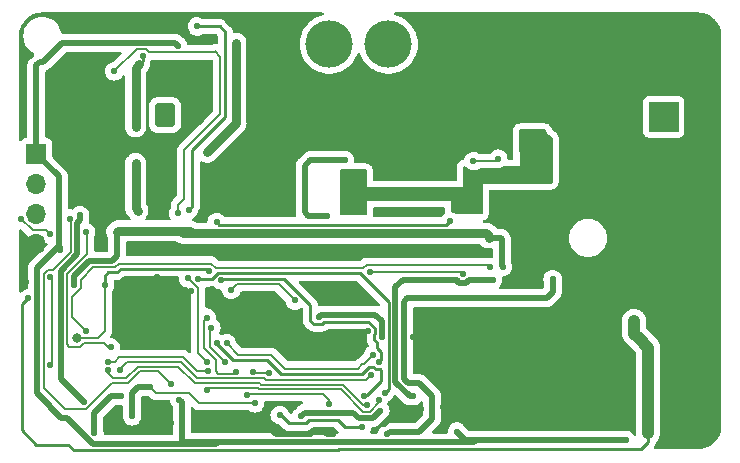
<source format=gbr>
%TF.GenerationSoftware,KiCad,Pcbnew,(6.0.2)*%
%TF.CreationDate,2022-05-23T20:35:17+03:00*%
%TF.ProjectId,The_Qi_wireless_charger_tx,5468655f-5169-45f7-9769-72656c657373,Rev 2*%
%TF.SameCoordinates,Original*%
%TF.FileFunction,Copper,L2,Bot*%
%TF.FilePolarity,Positive*%
%FSLAX46Y46*%
G04 Gerber Fmt 4.6, Leading zero omitted, Abs format (unit mm)*
G04 Created by KiCad (PCBNEW (6.0.2)) date 2022-05-23 20:35:17*
%MOMM*%
%LPD*%
G01*
G04 APERTURE LIST*
G04 Aperture macros list*
%AMRoundRect*
0 Rectangle with rounded corners*
0 $1 Rounding radius*
0 $2 $3 $4 $5 $6 $7 $8 $9 X,Y pos of 4 corners*
0 Add a 4 corners polygon primitive as box body*
4,1,4,$2,$3,$4,$5,$6,$7,$8,$9,$2,$3,0*
0 Add four circle primitives for the rounded corners*
1,1,$1+$1,$2,$3*
1,1,$1+$1,$4,$5*
1,1,$1+$1,$6,$7*
1,1,$1+$1,$8,$9*
0 Add four rect primitives between the rounded corners*
20,1,$1+$1,$2,$3,$4,$5,0*
20,1,$1+$1,$4,$5,$6,$7,0*
20,1,$1+$1,$6,$7,$8,$9,0*
20,1,$1+$1,$8,$9,$2,$3,0*%
G04 Aperture macros list end*
%TA.AperFunction,ComponentPad*%
%ADD10C,4.000000*%
%TD*%
%TA.AperFunction,ComponentPad*%
%ADD11RoundRect,0.250000X-0.600000X-0.750000X0.600000X-0.750000X0.600000X0.750000X-0.600000X0.750000X0*%
%TD*%
%TA.AperFunction,ComponentPad*%
%ADD12O,1.700000X2.000000*%
%TD*%
%TA.AperFunction,ComponentPad*%
%ADD13R,1.700000X1.700000*%
%TD*%
%TA.AperFunction,ComponentPad*%
%ADD14O,1.700000X1.700000*%
%TD*%
%TA.AperFunction,ComponentPad*%
%ADD15C,2.500000*%
%TD*%
%TA.AperFunction,ComponentPad*%
%ADD16R,2.500000X2.500000*%
%TD*%
%TA.AperFunction,ViaPad*%
%ADD17C,0.550000*%
%TD*%
%TA.AperFunction,ViaPad*%
%ADD18C,0.800000*%
%TD*%
%TA.AperFunction,Conductor*%
%ADD19C,0.254000*%
%TD*%
%TA.AperFunction,Conductor*%
%ADD20C,0.500000*%
%TD*%
%TA.AperFunction,Conductor*%
%ADD21C,0.200000*%
%TD*%
%TA.AperFunction,Conductor*%
%ADD22C,0.750000*%
%TD*%
%TA.AperFunction,Conductor*%
%ADD23C,1.000000*%
%TD*%
G04 APERTURE END LIST*
D10*
%TO.P,L4,1,1*%
%TO.N,Net-(C46-Pad2)*%
X55200000Y-124900000D03*
%TO.P,L4,2,2*%
%TO.N,/H_BRIDGE_MOSFETS/COIL*%
X50200000Y-124900000D03*
%TD*%
D11*
%TO.P,J2,1,Pin_1*%
%TO.N,temp*%
X36300000Y-130900000D03*
D12*
%TO.P,J2,2,Pin_2*%
%TO.N,GND*%
X38800000Y-130900000D03*
%TD*%
D13*
%TO.P,J3,1,Pin_1*%
%TO.N,+3V3*%
X25400000Y-134200000D03*
D14*
%TO.P,J3,2,Pin_2*%
%TO.N,Net-(J3-Pad2)*%
X25400000Y-136740000D03*
%TO.P,J3,3,Pin_3*%
%TO.N,Net-(J3-Pad3)*%
X25400000Y-139280000D03*
%TO.P,J3,4,Pin_4*%
%TO.N,GND*%
X25400000Y-141820000D03*
%TD*%
D15*
%TO.P,J1,2,Pin_2*%
%TO.N,GND*%
X78500000Y-125965000D03*
D16*
%TO.P,J1,1,Pin_1*%
%TO.N,Net-(J1-Pad1)*%
X78500000Y-131045000D03*
%TD*%
D17*
%TO.N,GND*%
X24500000Y-145000000D03*
X58000000Y-155800000D03*
X54800000Y-157100000D03*
X62000000Y-150900000D03*
X67200000Y-138200000D03*
X73500000Y-147800000D03*
X73500000Y-151200000D03*
X70800000Y-153400000D03*
X59800000Y-155600000D03*
X65400000Y-157000000D03*
X65400000Y-153900000D03*
X53459145Y-149209795D03*
X38500000Y-145800000D03*
X38100000Y-142300000D03*
X51600000Y-142400000D03*
X50200000Y-146000000D03*
X44400000Y-149800000D03*
X44100000Y-146400000D03*
X44000000Y-133100000D03*
X44000000Y-129500000D03*
%TO.N,AVDD*%
X60983841Y-144917946D03*
X60400000Y-139900000D03*
X40663359Y-139973073D03*
%TO.N,GNDREF*%
X33800000Y-131900000D03*
%TO.N,GND*%
X27275980Y-132600000D03*
%TO.N,Net-(J3-Pad2)*%
X26575500Y-141000000D03*
X24100000Y-139700000D03*
%TO.N,GND*%
X36800000Y-157000000D03*
X32000000Y-157400000D03*
X34900000Y-149200000D03*
X31500000Y-139200000D03*
X31200000Y-132600000D03*
X31300000Y-128800000D03*
X35900000Y-128800000D03*
X35600000Y-134500000D03*
X35600000Y-139000000D03*
X35600000Y-141900000D03*
X35600000Y-144600000D03*
X32700000Y-146600000D03*
%TO.N,/AC_GAIN*%
X40000000Y-144100000D03*
X41025500Y-144901500D03*
X54363457Y-151778352D03*
%TO.N,GND*%
X62300000Y-147400000D03*
X65600000Y-147500000D03*
X73800000Y-156400000D03*
X80900000Y-156200000D03*
X80900000Y-150400000D03*
X80900000Y-147500000D03*
X80800000Y-144300000D03*
X80800000Y-139700000D03*
X80900000Y-136300000D03*
X80600000Y-127900000D03*
X80600000Y-125400000D03*
X58300000Y-132800000D03*
X58300000Y-129600000D03*
X54500000Y-139200000D03*
X54600000Y-136000000D03*
X43000000Y-136000000D03*
X43000000Y-137400000D03*
X40000000Y-138800000D03*
X43000000Y-138800000D03*
X37300000Y-149100000D03*
X51200000Y-151200000D03*
X48900000Y-151200000D03*
X47200000Y-155600000D03*
X45100000Y-157300000D03*
X41800000Y-157200000D03*
X39000000Y-157300000D03*
X40300000Y-145600000D03*
%TO.N,GNDREF*%
X55100000Y-157898980D03*
X33500000Y-156400000D03*
X43900000Y-155300000D03*
X43700000Y-152625500D03*
X38400000Y-140700000D03*
X34000000Y-139000000D03*
X33800000Y-135000000D03*
%TO.N,+3V3*%
X37400826Y-125025500D03*
%TO.N,+24V*%
X24725981Y-146400000D03*
X76000000Y-148300000D03*
%TO.N,+3V3*%
X27399989Y-142300000D03*
%TO.N,AVDD*%
X32600000Y-154700000D03*
X30300000Y-157800000D03*
X64056233Y-144843767D03*
X57300000Y-154700000D03*
%TO.N,GND*%
X50500000Y-157900000D03*
X49800000Y-157700000D03*
X48600000Y-157900000D03*
%TO.N,Net-(C2-Pad1)*%
X46000000Y-156300000D03*
X52959580Y-157294893D03*
%TO.N,+5V*%
X47800000Y-156400000D03*
X54518718Y-155918718D03*
X49300000Y-148000000D03*
X54621980Y-149700000D03*
%TO.N,+3V3*%
X37500000Y-155000000D03*
X61000000Y-157700000D03*
X75300000Y-158400000D03*
%TO.N,GND*%
X57300000Y-149700000D03*
%TO.N,/PWM2_H*%
X43200000Y-154574500D03*
X42300000Y-152625500D03*
%TO.N,/TS80003_TX_CTRL/LED_R*%
X28232994Y-139665082D03*
X36800000Y-153700000D03*
%TO.N,/TS80003_TX_CTRL/LED_G*%
X32000000Y-127200000D03*
X38232875Y-144716111D03*
X39800000Y-151774500D03*
X37398500Y-139200000D03*
%TO.N,/PWM2_H*%
X39805996Y-148058030D03*
%TO.N,/PWM2_L*%
X40200000Y-148900000D03*
%TO.N,GNDREF*%
X69100000Y-144800000D03*
X64900000Y-143764500D03*
X63700000Y-141300000D03*
%TO.N,/V_SENSE*%
X39000000Y-123400000D03*
X38300000Y-138900000D03*
X39114615Y-144785385D03*
%TO.N,/DRV_EN*%
X54400000Y-155010036D03*
X39861379Y-154174500D03*
%TO.N,/SYNC2*%
X53891741Y-151195911D03*
X41500000Y-150200000D03*
%TO.N,/SYNC1*%
X40700000Y-150225500D03*
X53171830Y-154722481D03*
%TO.N,/V_SENSE*%
X54878998Y-154408536D03*
%TO.N,/AC_V*%
X53366126Y-155446362D03*
X31470118Y-152523407D03*
%TO.N,/H_BRG_PWR*%
X67100000Y-135900000D03*
X67100000Y-134900000D03*
X67100000Y-133800000D03*
X67100000Y-132800000D03*
%TO.N,GND*%
X69300000Y-132000000D03*
X61475000Y-123575000D03*
%TO.N,Net-(R28-Pad2)*%
X64500000Y-134600000D03*
%TO.N,/H_BRG_PWR*%
X62700000Y-138900000D03*
X62700000Y-137900000D03*
X62700000Y-136900000D03*
X62700000Y-135900000D03*
X51500000Y-137200000D03*
X52200000Y-138700000D03*
X52200000Y-137200000D03*
X52200000Y-135900000D03*
%TO.N,GND*%
X48836875Y-131463125D03*
%TO.N,/H_BRIDGE_MOSFETS/COIL*%
X39850000Y-134050000D03*
X42300000Y-124800000D03*
%TO.N,Net-(R26-Pad2)*%
X50035633Y-139432285D03*
X51500000Y-134700000D03*
%TO.N,GNDREF*%
X34400000Y-125900000D03*
X32200000Y-140800000D03*
X28593767Y-145306233D03*
%TO.N,Net-(R9-Pad2)*%
X26575500Y-152100000D03*
X26575500Y-144600000D03*
%TO.N,/AC_GAIN*%
X31200000Y-145300000D03*
%TO.N,/AC_AMPL*%
X53764212Y-152868985D03*
%TO.N,GNDREF*%
X35009955Y-153923819D03*
%TO.N,/AC_AMPL*%
X32506233Y-152506233D03*
%TO.N,temp*%
X29400000Y-155200000D03*
X29100000Y-139400000D03*
%TO.N,/AC_PEAK*%
X29600000Y-140800000D03*
X31678761Y-150578761D03*
%TO.N,/H_BRIDGE_MOSFETS/HO1*%
X61500000Y-144374500D03*
X53607189Y-144150462D03*
%TO.N,Net-(R28-Pad2)*%
X62400000Y-134800000D03*
%TO.N,/DC_CURRENT*%
X63800000Y-143800000D03*
X29587534Y-149200000D03*
%TO.N,/PWM2_H*%
X50188486Y-155367690D03*
%TO.N,GNDREF*%
X45056233Y-152743767D03*
%TO.N,/AC_PHASE*%
X39900000Y-152600000D03*
%TO.N,/H_BRIDGE_MOSFETS/LO2*%
X41900000Y-145700000D03*
X47274020Y-146600000D03*
%TO.N,/PWM2_L*%
X41386592Y-151787908D03*
%TO.N,/AC_PHASE*%
X31500000Y-151774500D03*
D18*
%TO.N,/AC_GAIN*%
X28800000Y-149800000D03*
%TD*%
D19*
%TO.N,+24V*%
X77200000Y-158600000D02*
X77200000Y-157800000D01*
X51000000Y-159200000D02*
X76600000Y-159200000D01*
X50900000Y-159300000D02*
X51000000Y-159200000D01*
X28600000Y-159300000D02*
X50900000Y-159300000D01*
X28100000Y-158800000D02*
X28600000Y-159300000D01*
X24200000Y-157600000D02*
X25400000Y-158800000D01*
X76600000Y-159200000D02*
X77200000Y-158600000D01*
X24200000Y-146925981D02*
X24200000Y-157600000D01*
X25400000Y-158800000D02*
X28100000Y-158800000D01*
X24725981Y-146400000D02*
X24200000Y-146925981D01*
%TO.N,/AC_GAIN*%
X48600000Y-147000000D02*
X46400000Y-144800000D01*
X48600000Y-148300000D02*
X48600000Y-147000000D01*
X48901511Y-148601511D02*
X48600000Y-148300000D01*
X49549155Y-148601511D02*
X48901511Y-148601511D01*
X49750666Y-148400000D02*
X49549155Y-148601511D01*
X53500000Y-148400000D02*
X49750666Y-148400000D01*
X54070440Y-148970440D02*
X53500000Y-148400000D01*
X54200000Y-150128686D02*
X54020469Y-149949155D01*
X54070440Y-149400874D02*
X54070440Y-148970440D01*
X54200000Y-150653520D02*
X54200000Y-150128686D01*
X54546480Y-151000000D02*
X54200000Y-150653520D01*
X54020469Y-149949155D02*
X54020469Y-149450845D01*
X54020469Y-149450845D02*
X54070440Y-149400874D01*
X54546480Y-151595329D02*
X54546480Y-151000000D01*
X54363457Y-151778352D02*
X54546480Y-151595329D01*
D20*
%TO.N,+5V*%
X49500000Y-147800000D02*
X49300000Y-148000000D01*
X54100000Y-147800000D02*
X49500000Y-147800000D01*
X54646960Y-148346960D02*
X54100000Y-147800000D01*
X54646960Y-149675020D02*
X54646960Y-148346960D01*
X54621980Y-149700000D02*
X54646960Y-149675020D01*
D19*
%TO.N,/V_SENSE*%
X39129230Y-144800000D02*
X39114615Y-144785385D01*
X40776345Y-144299989D02*
X40276334Y-144800000D01*
X40276334Y-144800000D02*
X39129230Y-144800000D01*
X52799989Y-144299989D02*
X40776345Y-144299989D01*
X55223480Y-146723480D02*
X52799989Y-144299989D01*
X55223480Y-154064054D02*
X55223480Y-146723480D01*
X54878998Y-154408536D02*
X55223480Y-154064054D01*
D20*
%TO.N,AVDD*%
X64000000Y-144900000D02*
X64056233Y-144843767D01*
X61999114Y-144900000D02*
X64000000Y-144900000D01*
X61199897Y-145099011D02*
X61800103Y-145099011D01*
X61800103Y-145099011D02*
X61999114Y-144900000D01*
X61000886Y-144900000D02*
X61199897Y-145099011D01*
X56400000Y-144900000D02*
X61000886Y-144900000D01*
X56986770Y-154700000D02*
X55800000Y-153513230D01*
X55800000Y-153513230D02*
X55800000Y-145500000D01*
X55800000Y-145500000D02*
X56400000Y-144900000D01*
X57300000Y-154700000D02*
X56986770Y-154700000D01*
%TO.N,GNDREF*%
X69100000Y-145900000D02*
X69100000Y-144800000D01*
X68600000Y-146400000D02*
X69100000Y-145900000D01*
X56800000Y-146400000D02*
X68600000Y-146400000D01*
X56500000Y-146700000D02*
X56800000Y-146400000D01*
X56876040Y-153600000D02*
X56500000Y-153223960D01*
X56500000Y-153223960D02*
X56500000Y-146700000D01*
X58900000Y-154700000D02*
X57800000Y-153600000D01*
X57800000Y-157700000D02*
X58900000Y-156600000D01*
X55298980Y-157700000D02*
X57800000Y-157700000D01*
X57800000Y-153600000D02*
X56876040Y-153600000D01*
X55100000Y-157898980D02*
X55298980Y-157700000D01*
X58900000Y-156600000D02*
X58900000Y-154700000D01*
%TO.N,GND*%
X56100000Y-155800000D02*
X58000000Y-155800000D01*
X54800000Y-157100000D02*
X56100000Y-155800000D01*
D19*
%TO.N,Net-(C2-Pad1)*%
X46801511Y-157001511D02*
X46100000Y-156300000D01*
X48198489Y-157001511D02*
X46801511Y-157001511D01*
X48500000Y-156700000D02*
X48198489Y-157001511D01*
X51502433Y-157294893D02*
X50907540Y-156700000D01*
X52959580Y-157294893D02*
X51502433Y-157294893D01*
X46100000Y-156300000D02*
X46000000Y-156300000D01*
X50907540Y-156700000D02*
X48500000Y-156700000D01*
D20*
%TO.N,+5V*%
X48100000Y-156100000D02*
X47800000Y-156400000D01*
X52222862Y-156100000D02*
X48100000Y-156100000D01*
X52693255Y-156570393D02*
X52222862Y-156100000D01*
X54518718Y-155918718D02*
X53867043Y-156570393D01*
X53867043Y-156570393D02*
X52693255Y-156570393D01*
D21*
%TO.N,/DRV_EN*%
X40035879Y-154000000D02*
X39861379Y-154174500D01*
X44134994Y-154000000D02*
X40035879Y-154000000D01*
X53055867Y-156020873D02*
X51152312Y-154117318D01*
X53604097Y-156020873D02*
X53055867Y-156020873D01*
X54400000Y-155224970D02*
X53604097Y-156020873D01*
X44252312Y-154117318D02*
X44134994Y-154000000D01*
X54400000Y-155010036D02*
X54400000Y-155224970D01*
X51152312Y-154117318D02*
X44252312Y-154117318D01*
%TO.N,/AC_V*%
X31470118Y-152770118D02*
X31470118Y-152523407D01*
X33000000Y-153200000D02*
X31900000Y-153200000D01*
X34000000Y-152200000D02*
X33000000Y-153200000D01*
X37400000Y-152200000D02*
X34000000Y-152200000D01*
X38800000Y-153600000D02*
X37400000Y-152200000D01*
X44300000Y-153600000D02*
X38800000Y-153600000D01*
X44417798Y-153717798D02*
X44300000Y-153600000D01*
X51317798Y-153717798D02*
X44417798Y-153717798D01*
X31900000Y-153200000D02*
X31470118Y-152770118D01*
X53046362Y-155446362D02*
X51317798Y-153717798D01*
X53366126Y-155446362D02*
X53046362Y-155446362D01*
D19*
%TO.N,/SYNC1*%
X40700000Y-150250666D02*
X40700000Y-150225500D01*
X42075854Y-151626520D02*
X40700000Y-150250666D01*
X44926520Y-151626520D02*
X42075854Y-151626520D01*
X46100000Y-152800000D02*
X44926520Y-151626520D01*
X52981756Y-152800000D02*
X46100000Y-152800000D01*
X53581756Y-152200000D02*
X52981756Y-152800000D01*
X53934439Y-152200000D02*
X53581756Y-152200000D01*
X54479863Y-152379863D02*
X54114302Y-152379863D01*
X54114302Y-152379863D02*
X53934439Y-152200000D01*
X54546480Y-153453520D02*
X54546480Y-152446480D01*
X54546480Y-152446480D02*
X54479863Y-152379863D01*
X53171830Y-154722481D02*
X53294311Y-154600000D01*
X53294311Y-154600000D02*
X53400000Y-154600000D01*
X53400000Y-154600000D02*
X54546480Y-153453520D01*
D21*
%TO.N,/AC_AMPL*%
X32506233Y-152393767D02*
X32506233Y-152506233D01*
X33100000Y-151800000D02*
X32506233Y-152393767D01*
X44818262Y-153318278D02*
X44699984Y-153200000D01*
X53314919Y-153318278D02*
X44818262Y-153318278D01*
X39034994Y-153200000D02*
X37634994Y-151800000D01*
X37634994Y-151800000D02*
X33100000Y-151800000D01*
X53764212Y-152868985D02*
X53314919Y-153318278D01*
X44699984Y-153200000D02*
X39034994Y-153200000D01*
%TO.N,/SYNC2*%
X45300000Y-151200000D02*
X42500000Y-151200000D01*
X53000000Y-151973480D02*
X52600000Y-152373480D01*
X53891741Y-151195911D02*
X53114172Y-151973480D01*
X53114172Y-151973480D02*
X53000000Y-151973480D01*
X42500000Y-151200000D02*
X41500000Y-150200000D01*
X52600000Y-152373480D02*
X46473480Y-152373480D01*
X46473480Y-152373480D02*
X45300000Y-151200000D01*
D20*
%TO.N,GND*%
X45700000Y-157900000D02*
X45100000Y-157300000D01*
X48600000Y-157900000D02*
X45700000Y-157900000D01*
D19*
X35100000Y-157300000D02*
X34700000Y-157700000D01*
X32100000Y-157700000D02*
X32000000Y-157600000D01*
X32000000Y-157600000D02*
X32000000Y-157400000D01*
X36500000Y-157300000D02*
X35100000Y-157300000D01*
X34700000Y-157700000D02*
X32100000Y-157700000D01*
X36800000Y-157000000D02*
X36500000Y-157300000D01*
D20*
%TO.N,GNDREF*%
X33500000Y-156400000D02*
X33500000Y-154400000D01*
X33500000Y-154400000D02*
X33976181Y-153923819D01*
X33976181Y-153923819D02*
X35009955Y-153923819D01*
D21*
%TO.N,/DC_CURRENT*%
X53369218Y-143575951D02*
X63575951Y-143575951D01*
X63575951Y-143575951D02*
X63800000Y-143800000D01*
X53071700Y-143873469D02*
X53369218Y-143575951D01*
X40599675Y-143873469D02*
X53071700Y-143873469D01*
X40200726Y-143474520D02*
X40599675Y-143873469D01*
X32353098Y-143474520D02*
X40200726Y-143474520D01*
X30200000Y-143800000D02*
X32027619Y-143799999D01*
X29168278Y-144831722D02*
X30200000Y-143800000D01*
X29168278Y-145544204D02*
X29168278Y-144831722D01*
X28418776Y-146293706D02*
X29168278Y-145544204D01*
X28418776Y-148031242D02*
X28418776Y-146293706D01*
X29587534Y-149200000D02*
X28418776Y-148031242D01*
X32027619Y-143799999D02*
X32353098Y-143474520D01*
%TO.N,/H_BRIDGE_MOSFETS/HO1*%
X53607189Y-144150462D02*
X53656247Y-144199520D01*
X53656247Y-144199520D02*
X61325020Y-144199520D01*
X61325020Y-144199520D02*
X61500000Y-144374500D01*
%TO.N,/H_BRIDGE_MOSFETS/LO2*%
X42373480Y-145226520D02*
X45900540Y-145226520D01*
X41900000Y-145700000D02*
X42373480Y-145226520D01*
X45900540Y-145226520D02*
X47274020Y-146600000D01*
D19*
%TO.N,AVDD*%
X60101520Y-140198480D02*
X60400000Y-139900000D01*
X59400000Y-140198480D02*
X60101520Y-140198480D01*
X40888766Y-140198480D02*
X59400000Y-140198480D01*
X40663359Y-139973073D02*
X40888766Y-140198480D01*
%TO.N,GNDREF*%
X34400000Y-125900000D02*
X34400000Y-126300000D01*
X34400000Y-126300000D02*
X34100000Y-126600000D01*
D22*
X33800000Y-126900000D02*
X34100000Y-126600000D01*
X33800000Y-131900000D02*
X33800000Y-126900000D01*
X33800000Y-135000000D02*
X33800000Y-138800000D01*
D21*
%TO.N,Net-(J3-Pad2)*%
X25070489Y-140670489D02*
X24100000Y-139700000D01*
X26245989Y-140670489D02*
X25070489Y-140670489D01*
X26575500Y-141000000D02*
X26245989Y-140670489D01*
D20*
%TO.N,+3V3*%
X25450481Y-143849519D02*
X27300000Y-142000000D01*
X25450481Y-154450481D02*
X25450481Y-143849519D01*
X27499521Y-156537456D02*
X26562544Y-155600479D01*
X28012842Y-156537456D02*
X27499521Y-156537456D01*
X26562544Y-155600479D02*
X26562544Y-155562544D01*
X30198866Y-158723480D02*
X28012842Y-156537456D01*
X26562544Y-155562544D02*
X25450481Y-154450481D01*
X40700000Y-158600000D02*
X40576520Y-158723480D01*
X40576520Y-158723480D02*
X30198866Y-158723480D01*
D19*
%TO.N,/AC_GAIN*%
X31200000Y-144526519D02*
X31200000Y-145300000D01*
X31500000Y-144226519D02*
X31200000Y-144526519D01*
X32204289Y-144226519D02*
X31500000Y-144226519D01*
X32529768Y-143901040D02*
X32204289Y-144226519D01*
X39801040Y-143901040D02*
X32529768Y-143901040D01*
X40000000Y-144100000D02*
X39801040Y-143901040D01*
X41127000Y-144800000D02*
X41025500Y-144901500D01*
X46400000Y-144800000D02*
X41127000Y-144800000D01*
D20*
%TO.N,+3V3*%
X48299897Y-158624511D02*
X48275386Y-158600000D01*
X50760167Y-158624511D02*
X48299897Y-158624511D01*
X62476520Y-158623480D02*
X50761198Y-158623480D01*
X50761198Y-158623480D02*
X50760167Y-158624511D01*
X62700000Y-158400000D02*
X62476520Y-158623480D01*
X48275386Y-158600000D02*
X40700000Y-158600000D01*
%TO.N,GNDREF*%
X64800000Y-143664500D02*
X64900000Y-143764500D01*
X64800000Y-141400000D02*
X64800000Y-143664500D01*
X64700000Y-141300000D02*
X64800000Y-141400000D01*
X63700000Y-141300000D02*
X64700000Y-141300000D01*
D22*
X63700000Y-141100000D02*
X63700000Y-141300000D01*
X63500000Y-140900000D02*
X63700000Y-141100000D01*
X37800000Y-140900000D02*
X63500000Y-140900000D01*
X37600000Y-140700000D02*
X37800000Y-140900000D01*
X37600000Y-140700000D02*
X35100000Y-140700000D01*
X38400000Y-140700000D02*
X37600000Y-140700000D01*
D21*
X35486136Y-154400000D02*
X35009955Y-153923819D01*
X38300000Y-154400000D02*
X35486136Y-154400000D01*
X39200000Y-155300000D02*
X38300000Y-154400000D01*
X43900000Y-155300000D02*
X39200000Y-155300000D01*
D20*
%TO.N,+3V3*%
X37700000Y-158500000D02*
X37800000Y-158600000D01*
X37800000Y-158600000D02*
X40700000Y-158600000D01*
X37700000Y-155200000D02*
X37700000Y-158500000D01*
X37500000Y-155000000D02*
X37700000Y-155200000D01*
D21*
%TO.N,/TS80003_TX_CTRL/LED_R*%
X28325969Y-139758057D02*
X28232994Y-139665082D01*
X28325969Y-142465479D02*
X28325969Y-139758057D01*
X26765959Y-144025489D02*
X28325969Y-142465479D01*
X26337529Y-144025489D02*
X26765959Y-144025489D01*
X26000000Y-144363018D02*
X26337529Y-144025489D01*
X26000000Y-154000000D02*
X26000000Y-144363018D01*
X29612482Y-155800000D02*
X27800000Y-155800000D01*
X34165486Y-152599520D02*
X33165486Y-153599520D01*
X31812962Y-153599520D02*
X29612482Y-155800000D01*
X27800000Y-155800000D02*
X26000000Y-154000000D01*
X35699520Y-152599520D02*
X34165486Y-152599520D01*
X36800000Y-153700000D02*
X35699520Y-152599520D01*
X33165486Y-153599520D02*
X31812962Y-153599520D01*
%TO.N,GNDREF*%
X43818267Y-152743767D02*
X43700000Y-152625500D01*
X45056233Y-152743767D02*
X43818267Y-152743767D01*
D22*
X35100000Y-140700000D02*
X32300000Y-140700000D01*
X32300000Y-140700000D02*
X32200000Y-140800000D01*
X33800000Y-138800000D02*
X34000000Y-139000000D01*
D20*
%TO.N,+3V3*%
X37151296Y-124775970D02*
X37400826Y-125025500D01*
X36500000Y-124775970D02*
X37151296Y-124775970D01*
D21*
%TO.N,/TS80003_TX_CTRL/LED_G*%
X33874511Y-125325489D02*
X32000000Y-127200000D01*
X34637971Y-125325489D02*
X33874511Y-125325489D01*
X34912482Y-125600000D02*
X34637971Y-125325489D01*
X40400000Y-125600000D02*
X34912482Y-125600000D01*
X40973480Y-130826520D02*
X40973480Y-125973480D01*
X40973480Y-125973480D02*
X40500000Y-125500000D01*
X40500000Y-125500000D02*
X40400000Y-125600000D01*
X37398500Y-138501500D02*
X37900000Y-138000000D01*
X37900000Y-138000000D02*
X37900000Y-133900000D01*
X37900000Y-133900000D02*
X40973480Y-130826520D01*
X37398500Y-139200000D02*
X37398500Y-138501500D01*
D20*
%TO.N,+3V3*%
X27586095Y-124775970D02*
X36500000Y-124775970D01*
X25962065Y-126400000D02*
X27586095Y-124775970D01*
X25700000Y-126400000D02*
X25962065Y-126400000D01*
X25400000Y-126700000D02*
X25700000Y-126400000D01*
X25400000Y-134200000D02*
X25400000Y-126700000D01*
D21*
%TO.N,/AC_GAIN*%
X30600000Y-149800000D02*
X28800000Y-149800000D01*
X31200000Y-149200000D02*
X30600000Y-149800000D01*
X31200000Y-145300000D02*
X31200000Y-149200000D01*
D20*
%TO.N,GND*%
X48800000Y-157700000D02*
X48600000Y-157900000D01*
X49800000Y-157700000D02*
X48800000Y-157700000D01*
X50000000Y-157900000D02*
X49800000Y-157700000D01*
X50500000Y-157900000D02*
X50000000Y-157900000D01*
D23*
%TO.N,+24V*%
X76400000Y-149800000D02*
X77200000Y-150600000D01*
X76000000Y-148300000D02*
X76000000Y-149400000D01*
X76000000Y-149400000D02*
X76400000Y-149800000D01*
X77200000Y-150600000D02*
X77200000Y-157800000D01*
D20*
%TO.N,+3V3*%
X27399989Y-142099989D02*
X27300000Y-142000000D01*
X27399989Y-142300000D02*
X27399989Y-142099989D01*
X27300000Y-142000000D02*
X27300000Y-136100000D01*
X27300000Y-136100000D02*
X25400000Y-134200000D01*
%TO.N,temp*%
X27469736Y-144098850D02*
X27469736Y-153269736D01*
X28875489Y-142693097D02*
X27469736Y-144098850D01*
X27469736Y-153269736D02*
X29400000Y-155200000D01*
X28875489Y-139999897D02*
X28875489Y-142693097D01*
X29100000Y-139775386D02*
X28875489Y-139999897D01*
X29100000Y-139400000D02*
X29100000Y-139775386D01*
D21*
%TO.N,/AC_PEAK*%
X31478761Y-150578761D02*
X31678761Y-150578761D01*
X31100000Y-150200000D02*
X31478761Y-150578761D01*
X29400000Y-150200000D02*
X31100000Y-150200000D01*
X28019256Y-150319256D02*
X28199511Y-150499511D01*
X29700000Y-140900000D02*
X29700000Y-142645724D01*
X29700000Y-142645724D02*
X28019256Y-144326468D01*
X28019256Y-144326468D02*
X28019256Y-150319256D01*
X28199511Y-150499511D02*
X29100489Y-150499511D01*
X29100489Y-150499511D02*
X29400000Y-150200000D01*
X29600000Y-140800000D02*
X29700000Y-140900000D01*
D20*
%TO.N,GNDREF*%
X32200000Y-142850480D02*
X32200000Y-140800000D01*
X31800000Y-143250480D02*
X32200000Y-142850480D01*
X29872382Y-143250480D02*
X31800000Y-143250480D01*
X28593767Y-144529095D02*
X29872382Y-143250480D01*
X28593767Y-145306233D02*
X28593767Y-144529095D01*
%TO.N,AVDD*%
X31700000Y-154700000D02*
X32600000Y-154700000D01*
X30300000Y-156100000D02*
X31700000Y-154700000D01*
X30300000Y-157800000D02*
X30300000Y-156100000D01*
%TO.N,+3V3*%
X62700000Y-158400000D02*
X61700000Y-158400000D01*
X75300000Y-158400000D02*
X62700000Y-158400000D01*
X61700000Y-158400000D02*
X61000000Y-157700000D01*
D21*
%TO.N,/PWM2_H*%
X50188486Y-155005324D02*
X50188486Y-155367690D01*
X43200000Y-154574500D02*
X43257662Y-154516838D01*
X43257662Y-154516838D02*
X49700000Y-154516838D01*
X49700000Y-154516838D02*
X50188486Y-155005324D01*
X40800000Y-152800000D02*
X40600000Y-152600000D01*
X42300000Y-152625500D02*
X42125500Y-152800000D01*
X42125500Y-152800000D02*
X40800000Y-152800000D01*
X40600000Y-152600000D02*
X40600000Y-152000000D01*
X40600000Y-152000000D02*
X40600000Y-151600000D01*
%TO.N,/TS80003_TX_CTRL/LED_G*%
X39100000Y-145583236D02*
X38232875Y-144716111D01*
X39100000Y-151074500D02*
X39100000Y-147700000D01*
X39100000Y-147700000D02*
X39100000Y-145583236D01*
X39800000Y-151774500D02*
X39100000Y-151074500D01*
%TO.N,/PWM2_H*%
X39625489Y-148238537D02*
X39805996Y-148058030D01*
X39625489Y-150625489D02*
X39625489Y-148238537D01*
X40600000Y-151600000D02*
X39625489Y-150625489D01*
%TO.N,/PWM2_L*%
X40125489Y-148974511D02*
X40125489Y-150526805D01*
X40200000Y-148900000D02*
X40125489Y-148974511D01*
X40125489Y-150526805D02*
X41386592Y-151787908D01*
D19*
%TO.N,/V_SENSE*%
X40900000Y-123400000D02*
X39000000Y-123400000D01*
X38600000Y-133900000D02*
X41400000Y-131100000D01*
X38600000Y-138600000D02*
X38600000Y-133900000D01*
X41400000Y-123900000D02*
X40900000Y-123400000D01*
X38300000Y-138900000D02*
X38600000Y-138600000D01*
X41400000Y-131100000D02*
X41400000Y-123900000D01*
D21*
%TO.N,Net-(R28-Pad2)*%
X64300000Y-134800000D02*
X64500000Y-134600000D01*
X62400000Y-134800000D02*
X64300000Y-134800000D01*
D22*
%TO.N,/H_BRIDGE_MOSFETS/COIL*%
X42300000Y-131600000D02*
X39850000Y-134050000D01*
X42300000Y-124800000D02*
X42300000Y-131600000D01*
D20*
%TO.N,Net-(R26-Pad2)*%
X48432285Y-139432285D02*
X50035633Y-139432285D01*
X48100000Y-139100000D02*
X48432285Y-139432285D01*
X48100000Y-135200000D02*
X48100000Y-139100000D01*
X48600000Y-134700000D02*
X48100000Y-135200000D01*
X51500000Y-134700000D02*
X48600000Y-134700000D01*
D21*
%TO.N,Net-(R9-Pad2)*%
X26750480Y-151925020D02*
X26575500Y-152100000D01*
X26750480Y-151800000D02*
X26750480Y-151925020D01*
X26750480Y-144774980D02*
X26750480Y-151800000D01*
X26575500Y-144600000D02*
X26750480Y-144774980D01*
%TO.N,/AC_PHASE*%
X39000000Y-152600000D02*
X39900000Y-152600000D01*
X38300000Y-151900000D02*
X39000000Y-152600000D01*
X32400000Y-151400000D02*
X37800000Y-151400000D01*
X32025500Y-151774500D02*
X32400000Y-151400000D01*
X37800000Y-151400000D02*
X38300000Y-151900000D01*
X31500000Y-151774500D02*
X32025500Y-151774500D01*
%TD*%
%TA.AperFunction,Conductor*%
%TO.N,/H_BRG_PWR*%
G36*
X68485675Y-132124698D02*
G01*
X68532576Y-132177997D01*
X68537924Y-132191442D01*
X68584256Y-132330720D01*
X68587903Y-132336742D01*
X68587904Y-132336744D01*
X68662138Y-132459319D01*
X68675313Y-132481074D01*
X68797418Y-132607517D01*
X68944502Y-132703766D01*
X68951103Y-132706221D01*
X68951113Y-132706226D01*
X69017920Y-132731071D01*
X69074796Y-132773563D01*
X69099670Y-132840060D01*
X69100000Y-132849168D01*
X69100000Y-136574000D01*
X69079998Y-136642121D01*
X69026342Y-136688614D01*
X68974000Y-136700000D01*
X63200000Y-136700000D01*
X63200000Y-139174000D01*
X63179998Y-139242121D01*
X63126342Y-139288614D01*
X63074000Y-139300000D01*
X60953466Y-139300000D01*
X60885954Y-139280387D01*
X60745637Y-139191339D01*
X60636277Y-139152397D01*
X60583733Y-139133687D01*
X60526269Y-139091993D01*
X60500469Y-139025850D01*
X60500000Y-139014988D01*
X60500000Y-138200000D01*
X53400000Y-138200000D01*
X53400000Y-139274000D01*
X53379998Y-139342121D01*
X53326342Y-139388614D01*
X53274000Y-139400000D01*
X51226000Y-139400000D01*
X51157879Y-139379998D01*
X51111386Y-139326342D01*
X51100000Y-139274000D01*
X51100000Y-135626000D01*
X51120002Y-135557879D01*
X51173658Y-135511386D01*
X51226000Y-135500000D01*
X53274000Y-135500000D01*
X53342121Y-135520002D01*
X53388614Y-135573658D01*
X53400000Y-135626000D01*
X53400000Y-137000000D01*
X61500000Y-137000000D01*
X61500000Y-135326578D01*
X61520002Y-135258457D01*
X61573658Y-135211964D01*
X61626577Y-135200579D01*
X61636593Y-135200625D01*
X61656226Y-135200715D01*
X61724254Y-135221030D01*
X61763423Y-135261441D01*
X61775313Y-135281074D01*
X61897418Y-135407517D01*
X62044502Y-135503766D01*
X62051106Y-135506222D01*
X62202653Y-135562582D01*
X62202655Y-135562583D01*
X62209255Y-135565037D01*
X62216236Y-135565968D01*
X62216238Y-135565969D01*
X62376507Y-135587354D01*
X62376511Y-135587354D01*
X62383488Y-135588285D01*
X62390499Y-135587647D01*
X62390503Y-135587647D01*
X62551520Y-135572993D01*
X62558541Y-135572354D01*
X62565243Y-135570176D01*
X62565245Y-135570176D01*
X62719016Y-135520213D01*
X62719019Y-135520212D01*
X62725715Y-135518036D01*
X62876701Y-135428030D01*
X62877942Y-135430111D01*
X62933700Y-135408885D01*
X62943536Y-135408500D01*
X64251864Y-135408500D01*
X64268307Y-135409578D01*
X64300000Y-135413750D01*
X64308189Y-135412672D01*
X64339874Y-135408501D01*
X64339884Y-135408500D01*
X64339885Y-135408500D01*
X64439457Y-135395391D01*
X64458851Y-135392838D01*
X64462197Y-135391452D01*
X64483541Y-135388868D01*
X64483488Y-135388285D01*
X64498619Y-135386908D01*
X64651520Y-135372993D01*
X64658541Y-135372354D01*
X64665243Y-135370176D01*
X64665245Y-135370176D01*
X64819016Y-135320213D01*
X64819019Y-135320212D01*
X64825715Y-135318036D01*
X64831766Y-135314429D01*
X64831768Y-135314428D01*
X64966805Y-135233930D01*
X65031898Y-135216160D01*
X66143047Y-135221243D01*
X66316838Y-135222038D01*
X66237855Y-132773563D01*
X66221002Y-132251109D01*
X66238797Y-132182379D01*
X66290926Y-132134181D01*
X66345973Y-132121051D01*
X68417403Y-132105218D01*
X68485675Y-132124698D01*
G37*
%TD.AperFunction*%
%TD*%
%TA.AperFunction,Conductor*%
%TO.N,GND*%
G36*
X49668512Y-122228002D02*
G01*
X49715005Y-122281658D01*
X49725109Y-122351932D01*
X49695615Y-122416512D01*
X49631726Y-122456042D01*
X49423298Y-122509557D01*
X49419629Y-122511010D01*
X49419628Y-122511010D01*
X49133495Y-122624298D01*
X49133490Y-122624300D01*
X49129821Y-122625753D01*
X49126353Y-122627659D01*
X49126352Y-122627660D01*
X48857374Y-122775533D01*
X48853221Y-122777816D01*
X48657709Y-122919863D01*
X48623230Y-122944914D01*
X48597860Y-122963346D01*
X48367767Y-123179418D01*
X48365243Y-123182469D01*
X48365242Y-123182470D01*
X48308033Y-123251624D01*
X48166568Y-123422625D01*
X47997438Y-123689131D01*
X47995754Y-123692710D01*
X47995750Y-123692717D01*
X47872277Y-123955113D01*
X47863044Y-123974734D01*
X47861818Y-123978506D01*
X47861818Y-123978507D01*
X47844875Y-124030652D01*
X47765505Y-124274928D01*
X47706359Y-124584980D01*
X47686540Y-124900000D01*
X47706359Y-125215020D01*
X47765505Y-125525072D01*
X47863044Y-125825266D01*
X47864731Y-125828852D01*
X47864733Y-125828856D01*
X47995750Y-126107283D01*
X47995754Y-126107290D01*
X47997438Y-126110869D01*
X48166568Y-126377375D01*
X48213254Y-126433808D01*
X48312278Y-126553507D01*
X48367767Y-126620582D01*
X48597860Y-126836654D01*
X48601062Y-126838981D01*
X48601064Y-126838982D01*
X48615436Y-126849424D01*
X48853221Y-127022184D01*
X48856690Y-127024091D01*
X48856693Y-127024093D01*
X49126352Y-127172340D01*
X49129821Y-127174247D01*
X49133490Y-127175700D01*
X49133495Y-127175702D01*
X49321219Y-127250027D01*
X49423298Y-127290443D01*
X49729025Y-127368940D01*
X50042179Y-127408500D01*
X50357821Y-127408500D01*
X50670975Y-127368940D01*
X50976702Y-127290443D01*
X51078781Y-127250027D01*
X51266505Y-127175702D01*
X51266510Y-127175700D01*
X51270179Y-127174247D01*
X51273648Y-127172340D01*
X51543307Y-127024093D01*
X51543310Y-127024091D01*
X51546779Y-127022184D01*
X51784564Y-126849424D01*
X51798936Y-126838982D01*
X51798938Y-126838981D01*
X51802140Y-126836654D01*
X52032233Y-126620582D01*
X52087723Y-126553507D01*
X52186746Y-126433808D01*
X52233432Y-126377375D01*
X52402562Y-126110869D01*
X52404246Y-126107290D01*
X52404250Y-126107283D01*
X52535267Y-125828856D01*
X52535269Y-125828852D01*
X52536956Y-125825266D01*
X52580167Y-125692276D01*
X52620240Y-125633670D01*
X52685637Y-125606033D01*
X52755594Y-125618140D01*
X52807900Y-125666146D01*
X52819833Y-125692275D01*
X52863044Y-125825266D01*
X52864731Y-125828852D01*
X52864733Y-125828856D01*
X52995750Y-126107283D01*
X52995754Y-126107290D01*
X52997438Y-126110869D01*
X53166568Y-126377375D01*
X53213254Y-126433808D01*
X53312278Y-126553507D01*
X53367767Y-126620582D01*
X53597860Y-126836654D01*
X53601062Y-126838981D01*
X53601064Y-126838982D01*
X53615436Y-126849424D01*
X53853221Y-127022184D01*
X53856690Y-127024091D01*
X53856693Y-127024093D01*
X54126352Y-127172340D01*
X54129821Y-127174247D01*
X54133490Y-127175700D01*
X54133495Y-127175702D01*
X54321219Y-127250027D01*
X54423298Y-127290443D01*
X54729025Y-127368940D01*
X55042179Y-127408500D01*
X55357821Y-127408500D01*
X55670975Y-127368940D01*
X55976702Y-127290443D01*
X56078781Y-127250027D01*
X56266505Y-127175702D01*
X56266510Y-127175700D01*
X56270179Y-127174247D01*
X56273648Y-127172340D01*
X56543307Y-127024093D01*
X56543310Y-127024091D01*
X56546779Y-127022184D01*
X56784564Y-126849424D01*
X56798936Y-126838982D01*
X56798938Y-126838981D01*
X56802140Y-126836654D01*
X57032233Y-126620582D01*
X57087723Y-126553507D01*
X57186746Y-126433808D01*
X57233432Y-126377375D01*
X57402562Y-126110869D01*
X57404246Y-126107290D01*
X57404250Y-126107283D01*
X57535267Y-125828856D01*
X57535269Y-125828852D01*
X57536956Y-125825266D01*
X57634495Y-125525072D01*
X57693641Y-125215020D01*
X57713460Y-124900000D01*
X57693641Y-124584980D01*
X57634495Y-124274928D01*
X57555125Y-124030652D01*
X57538182Y-123978507D01*
X57538182Y-123978506D01*
X57536956Y-123974734D01*
X57527723Y-123955113D01*
X57404250Y-123692717D01*
X57404246Y-123692710D01*
X57402562Y-123689131D01*
X57233432Y-123422625D01*
X57091967Y-123251624D01*
X57034758Y-123182470D01*
X57034757Y-123182469D01*
X57032233Y-123179418D01*
X56802140Y-122963346D01*
X56776771Y-122944914D01*
X56742291Y-122919863D01*
X56546779Y-122777816D01*
X56542627Y-122775533D01*
X56273648Y-122627660D01*
X56273647Y-122627659D01*
X56270179Y-122625753D01*
X56266510Y-122624300D01*
X56266505Y-122624298D01*
X55980372Y-122511010D01*
X55980371Y-122511010D01*
X55976702Y-122509557D01*
X55768274Y-122456042D01*
X55707268Y-122419727D01*
X55675579Y-122356195D01*
X55683269Y-122285616D01*
X55727896Y-122230399D01*
X55799609Y-122208000D01*
X81350672Y-122208000D01*
X81370057Y-122209500D01*
X81384858Y-122211805D01*
X81384861Y-122211805D01*
X81393730Y-122213186D01*
X81409999Y-122211059D01*
X81434567Y-122210266D01*
X81651766Y-122224502D01*
X81668106Y-122226653D01*
X81686939Y-122230399D01*
X81907473Y-122274266D01*
X81923383Y-122278529D01*
X82139622Y-122351932D01*
X82154484Y-122356977D01*
X82169710Y-122363284D01*
X82388592Y-122471224D01*
X82402866Y-122479465D01*
X82605783Y-122615050D01*
X82618858Y-122625083D01*
X82802347Y-122785998D01*
X82814002Y-122797653D01*
X82974917Y-122981142D01*
X82984950Y-122994217D01*
X83120535Y-123197134D01*
X83128776Y-123211408D01*
X83236716Y-123430290D01*
X83243022Y-123445514D01*
X83321471Y-123676617D01*
X83325734Y-123692527D01*
X83335317Y-123740701D01*
X83373347Y-123931894D01*
X83375498Y-123948234D01*
X83389264Y-124158268D01*
X83388239Y-124181304D01*
X83388196Y-124184854D01*
X83386814Y-124193730D01*
X83389651Y-124215424D01*
X83390936Y-124225251D01*
X83392000Y-124241589D01*
X83392000Y-157150672D01*
X83390500Y-157170057D01*
X83388365Y-157183770D01*
X83386814Y-157193730D01*
X83388941Y-157209999D01*
X83389734Y-157234567D01*
X83375498Y-157451766D01*
X83373347Y-157468106D01*
X83365482Y-157507645D01*
X83326592Y-157703164D01*
X83325735Y-157707470D01*
X83321471Y-157723383D01*
X83250485Y-157932502D01*
X83243023Y-157954484D01*
X83236716Y-157969710D01*
X83128776Y-158188592D01*
X83120535Y-158202866D01*
X82984950Y-158405783D01*
X82974917Y-158418858D01*
X82814002Y-158602347D01*
X82802347Y-158614002D01*
X82618858Y-158774917D01*
X82605783Y-158784950D01*
X82402866Y-158920535D01*
X82388592Y-158928776D01*
X82169710Y-159036716D01*
X82154486Y-159043022D01*
X81923383Y-159121471D01*
X81907473Y-159125734D01*
X81787788Y-159149541D01*
X81668106Y-159173347D01*
X81651766Y-159175498D01*
X81441732Y-159189264D01*
X81418696Y-159188239D01*
X81415146Y-159188196D01*
X81406270Y-159186814D01*
X81374749Y-159190936D01*
X81358411Y-159192000D01*
X77807024Y-159192000D01*
X77738903Y-159171998D01*
X77692410Y-159118342D01*
X77682306Y-159048068D01*
X77710157Y-158990170D01*
X77708131Y-158988698D01*
X77712791Y-158982285D01*
X77718217Y-158976506D01*
X77722036Y-158969560D01*
X77722039Y-158969555D01*
X77728022Y-158958672D01*
X77738878Y-158942144D01*
X77746492Y-158932329D01*
X77746494Y-158932326D01*
X77751349Y-158926067D01*
X77754495Y-158918797D01*
X77754498Y-158918792D01*
X77768969Y-158885350D01*
X77774192Y-158874689D01*
X77791749Y-158842753D01*
X77791751Y-158842748D01*
X77795569Y-158835803D01*
X77797539Y-158828129D01*
X77797542Y-158828122D01*
X77800632Y-158816087D01*
X77807036Y-158797382D01*
X77811967Y-158785987D01*
X77815117Y-158778708D01*
X77822060Y-158734873D01*
X77824467Y-158723251D01*
X77828880Y-158706064D01*
X77835500Y-158680282D01*
X77835500Y-158659935D01*
X77837051Y-158640223D01*
X77840031Y-158621409D01*
X77870444Y-158557256D01*
X77885528Y-158542924D01*
X77904218Y-158527897D01*
X77904219Y-158527896D01*
X77909025Y-158524032D01*
X78036154Y-158372526D01*
X78039121Y-158367128D01*
X78039125Y-158367123D01*
X78128467Y-158204608D01*
X78131433Y-158199213D01*
X78141820Y-158166471D01*
X78189373Y-158016564D01*
X78189373Y-158016563D01*
X78191235Y-158010694D01*
X78208500Y-157856773D01*
X78208500Y-150661843D01*
X78209237Y-150648236D01*
X78212659Y-150616738D01*
X78212659Y-150616733D01*
X78213324Y-150610612D01*
X78210884Y-150582723D01*
X78208950Y-150560612D01*
X78208621Y-150555786D01*
X78208500Y-150553314D01*
X78208500Y-150550231D01*
X78207326Y-150538262D01*
X78204310Y-150507494D01*
X78204188Y-150506181D01*
X78196623Y-150419718D01*
X78196087Y-150413587D01*
X78194600Y-150408468D01*
X78194080Y-150403167D01*
X78167209Y-150314166D01*
X78166874Y-150313033D01*
X78142630Y-150229586D01*
X78142628Y-150229582D01*
X78140909Y-150223664D01*
X78138456Y-150218932D01*
X78136916Y-150213831D01*
X78102824Y-150149711D01*
X78093269Y-150131740D01*
X78092657Y-150130574D01*
X78052729Y-150053547D01*
X78049892Y-150048074D01*
X78046569Y-150043911D01*
X78044066Y-150039204D01*
X77985245Y-149967082D01*
X77984554Y-149966226D01*
X77953262Y-149927027D01*
X77950758Y-149924523D01*
X77950116Y-149923805D01*
X77946415Y-149919472D01*
X77919065Y-149885938D01*
X77883733Y-149856709D01*
X77874963Y-149848728D01*
X77077925Y-149051691D01*
X77045405Y-149019171D01*
X77011380Y-148956858D01*
X77008500Y-148930075D01*
X77008500Y-148250231D01*
X77007814Y-148243227D01*
X77002463Y-148188660D01*
X76994080Y-148103167D01*
X76936916Y-147913831D01*
X76844066Y-147739204D01*
X76773709Y-147652938D01*
X76722960Y-147590713D01*
X76722957Y-147590710D01*
X76719065Y-147585938D01*
X76712724Y-147580692D01*
X76571425Y-147463799D01*
X76571421Y-147463797D01*
X76566675Y-147459870D01*
X76392701Y-147365802D01*
X76203768Y-147307318D01*
X76197643Y-147306674D01*
X76197642Y-147306674D01*
X76013204Y-147287289D01*
X76013202Y-147287289D01*
X76007075Y-147286645D01*
X75924576Y-147294153D01*
X75816251Y-147304011D01*
X75816248Y-147304012D01*
X75810112Y-147304570D01*
X75804206Y-147306308D01*
X75804202Y-147306309D01*
X75699076Y-147337249D01*
X75620381Y-147360410D01*
X75614923Y-147363263D01*
X75614919Y-147363265D01*
X75567061Y-147388285D01*
X75445110Y-147452040D01*
X75290975Y-147575968D01*
X75163846Y-147727474D01*
X75160879Y-147732872D01*
X75160875Y-147732877D01*
X75135413Y-147779193D01*
X75068567Y-147900787D01*
X75066706Y-147906654D01*
X75066705Y-147906656D01*
X75012959Y-148076084D01*
X75008765Y-148089306D01*
X74991500Y-148243227D01*
X74991500Y-149338157D01*
X74990763Y-149351764D01*
X74987860Y-149378490D01*
X74986676Y-149389388D01*
X74987213Y-149395523D01*
X74991050Y-149439388D01*
X74991379Y-149444214D01*
X74991500Y-149446686D01*
X74991500Y-149449769D01*
X74991801Y-149452837D01*
X74995690Y-149492506D01*
X74995812Y-149493819D01*
X74997425Y-149512257D01*
X75003913Y-149586413D01*
X75005400Y-149591532D01*
X75005920Y-149596833D01*
X75032791Y-149685834D01*
X75033126Y-149686967D01*
X75057252Y-149770006D01*
X75059091Y-149776336D01*
X75061544Y-149781068D01*
X75063084Y-149786169D01*
X75065978Y-149791612D01*
X75106731Y-149868260D01*
X75107343Y-149869426D01*
X75147271Y-149946453D01*
X75150108Y-149951926D01*
X75153431Y-149956089D01*
X75155934Y-149960796D01*
X75214755Y-150032918D01*
X75215446Y-150033774D01*
X75246738Y-150072973D01*
X75249242Y-150075477D01*
X75249884Y-150076195D01*
X75253585Y-150080528D01*
X75280935Y-150114062D01*
X75316270Y-150143294D01*
X75325036Y-150151271D01*
X75646735Y-150472969D01*
X75646738Y-150472973D01*
X75915292Y-150741526D01*
X76154595Y-150980829D01*
X76188620Y-151043142D01*
X76191500Y-151069925D01*
X76191500Y-157849769D01*
X76196941Y-157905252D01*
X76197033Y-157906193D01*
X76183774Y-157975941D01*
X76134912Y-158027448D01*
X76065959Y-158044362D01*
X75998808Y-158021312D01*
X75964780Y-157985260D01*
X75921642Y-157916225D01*
X75917909Y-157910251D01*
X75873466Y-157865496D01*
X75847134Y-157838980D01*
X75794051Y-157785525D01*
X75783250Y-157778670D01*
X75691704Y-157720574D01*
X75645637Y-157691339D01*
X75560905Y-157661167D01*
X75486679Y-157634736D01*
X75486677Y-157634735D01*
X75480045Y-157632374D01*
X75473057Y-157631541D01*
X75473054Y-157631540D01*
X75353644Y-157617301D01*
X75305504Y-157611561D01*
X75298501Y-157612297D01*
X75298500Y-157612297D01*
X75137690Y-157629199D01*
X75137688Y-157629199D01*
X75130690Y-157629935D01*
X75116463Y-157634778D01*
X75075859Y-157641500D01*
X62767063Y-157641500D01*
X62748114Y-157640067D01*
X62747907Y-157640036D01*
X62726651Y-157636802D01*
X62719359Y-157637395D01*
X62719356Y-157637395D01*
X62673991Y-157641085D01*
X62663777Y-157641500D01*
X62066371Y-157641500D01*
X61998250Y-157621498D01*
X61977276Y-157604595D01*
X61686324Y-157313643D01*
X61668565Y-157291318D01*
X61666018Y-157287241D01*
X61617909Y-157210251D01*
X61607730Y-157200000D01*
X61557800Y-157149721D01*
X61494051Y-157085525D01*
X61486950Y-157081018D01*
X61403453Y-157028030D01*
X61345637Y-156991339D01*
X61255698Y-156959313D01*
X61186679Y-156934736D01*
X61186677Y-156934735D01*
X61180045Y-156932374D01*
X61173057Y-156931541D01*
X61173054Y-156931540D01*
X61053644Y-156917301D01*
X61005504Y-156911561D01*
X60998501Y-156912297D01*
X60998500Y-156912297D01*
X60949687Y-156917428D01*
X60830690Y-156929935D01*
X60824024Y-156932204D01*
X60824021Y-156932205D01*
X60670955Y-156984313D01*
X60670952Y-156984314D01*
X60664291Y-156986582D01*
X60658293Y-156990272D01*
X60658291Y-156990273D01*
X60520579Y-157074994D01*
X60520576Y-157074997D01*
X60514577Y-157078687D01*
X60388989Y-157201671D01*
X60293769Y-157349424D01*
X60291358Y-157356047D01*
X60291357Y-157356050D01*
X60236060Y-157507977D01*
X60236059Y-157507982D01*
X60233650Y-157514600D01*
X60211619Y-157688991D01*
X60214225Y-157715568D01*
X60215315Y-157726684D01*
X60202056Y-157796432D01*
X60153193Y-157847939D01*
X60089916Y-157864980D01*
X59011891Y-157864980D01*
X58943770Y-157844978D01*
X58897277Y-157791322D01*
X58887173Y-157721048D01*
X58916667Y-157656468D01*
X58922796Y-157649885D01*
X59388911Y-157183770D01*
X59403323Y-157171384D01*
X59414918Y-157162851D01*
X59414923Y-157162846D01*
X59420818Y-157158508D01*
X59425557Y-157152930D01*
X59425560Y-157152927D01*
X59455035Y-157118232D01*
X59461965Y-157110716D01*
X59467660Y-157105021D01*
X59481301Y-157087779D01*
X59485281Y-157082749D01*
X59488072Y-157079345D01*
X59530591Y-157029297D01*
X59530592Y-157029295D01*
X59535333Y-157023715D01*
X59538661Y-157017199D01*
X59542028Y-157012150D01*
X59545195Y-157007021D01*
X59549734Y-157001284D01*
X59580655Y-156935125D01*
X59582561Y-156931225D01*
X59592226Y-156912297D01*
X59615769Y-156866192D01*
X59617508Y-156859084D01*
X59619607Y-156853441D01*
X59621524Y-156847678D01*
X59624622Y-156841050D01*
X59639487Y-156769583D01*
X59640457Y-156765299D01*
X59648918Y-156730720D01*
X59657808Y-156694390D01*
X59658500Y-156683236D01*
X59658536Y-156683238D01*
X59658775Y-156679245D01*
X59659149Y-156675053D01*
X59660640Y-156667885D01*
X59658546Y-156590479D01*
X59658500Y-156587072D01*
X59658500Y-154767070D01*
X59659933Y-154748120D01*
X59662099Y-154733885D01*
X59662099Y-154733881D01*
X59663199Y-154726651D01*
X59658915Y-154673982D01*
X59658500Y-154663767D01*
X59658500Y-154655707D01*
X59655209Y-154627480D01*
X59654778Y-154623121D01*
X59653273Y-154604618D01*
X59648860Y-154550364D01*
X59646605Y-154543403D01*
X59645418Y-154537463D01*
X59644029Y-154531588D01*
X59643182Y-154524319D01*
X59618264Y-154455670D01*
X59616847Y-154451542D01*
X59596607Y-154389064D01*
X59596606Y-154389062D01*
X59594351Y-154382101D01*
X59590555Y-154375846D01*
X59588049Y-154370372D01*
X59585330Y-154364942D01*
X59582833Y-154358063D01*
X59542814Y-154297024D01*
X59540467Y-154293305D01*
X59502595Y-154230893D01*
X59495197Y-154222516D01*
X59495224Y-154222492D01*
X59492571Y-154219500D01*
X59489868Y-154216267D01*
X59485856Y-154210148D01*
X59429617Y-154156872D01*
X59427175Y-154154494D01*
X58383770Y-153111089D01*
X58371384Y-153096677D01*
X58362851Y-153085082D01*
X58362846Y-153085077D01*
X58358508Y-153079182D01*
X58352930Y-153074443D01*
X58352927Y-153074440D01*
X58318232Y-153044965D01*
X58310716Y-153038035D01*
X58305021Y-153032340D01*
X58298880Y-153027482D01*
X58282749Y-153014719D01*
X58279345Y-153011928D01*
X58229297Y-152969409D01*
X58229295Y-152969408D01*
X58223715Y-152964667D01*
X58217199Y-152961339D01*
X58212150Y-152957972D01*
X58207021Y-152954805D01*
X58201284Y-152950266D01*
X58135125Y-152919345D01*
X58131225Y-152917439D01*
X58066192Y-152884231D01*
X58059084Y-152882492D01*
X58053441Y-152880393D01*
X58047678Y-152878476D01*
X58041050Y-152875378D01*
X57969583Y-152860513D01*
X57965299Y-152859543D01*
X57943165Y-152854127D01*
X57894390Y-152842192D01*
X57888788Y-152841844D01*
X57888785Y-152841844D01*
X57883236Y-152841500D01*
X57883238Y-152841464D01*
X57879245Y-152841225D01*
X57875053Y-152840851D01*
X57867885Y-152839360D01*
X57801675Y-152841151D01*
X57790479Y-152841454D01*
X57787072Y-152841500D01*
X57384500Y-152841500D01*
X57316379Y-152821498D01*
X57269886Y-152767842D01*
X57258500Y-152715500D01*
X57258500Y-147284500D01*
X57278502Y-147216379D01*
X57332158Y-147169886D01*
X57384500Y-147158500D01*
X68532930Y-147158500D01*
X68551880Y-147159933D01*
X68566115Y-147162099D01*
X68566119Y-147162099D01*
X68573349Y-147163199D01*
X68580641Y-147162606D01*
X68580644Y-147162606D01*
X68626018Y-147158915D01*
X68636233Y-147158500D01*
X68644293Y-147158500D01*
X68657583Y-147156951D01*
X68672507Y-147155211D01*
X68676882Y-147154778D01*
X68742339Y-147149454D01*
X68742342Y-147149453D01*
X68749637Y-147148860D01*
X68756601Y-147146604D01*
X68762560Y-147145413D01*
X68768415Y-147144029D01*
X68775681Y-147143182D01*
X68844327Y-147118265D01*
X68848455Y-147116848D01*
X68910936Y-147096607D01*
X68910938Y-147096606D01*
X68917899Y-147094351D01*
X68924154Y-147090555D01*
X68929628Y-147088049D01*
X68935058Y-147085330D01*
X68941937Y-147082833D01*
X68953308Y-147075378D01*
X69002976Y-147042814D01*
X69006680Y-147040477D01*
X69069107Y-147002595D01*
X69077484Y-146995197D01*
X69077508Y-146995224D01*
X69080500Y-146992571D01*
X69083733Y-146989868D01*
X69089852Y-146985856D01*
X69143128Y-146929617D01*
X69145506Y-146927175D01*
X69588911Y-146483770D01*
X69603323Y-146471384D01*
X69614918Y-146462851D01*
X69614923Y-146462846D01*
X69620818Y-146458508D01*
X69625557Y-146452930D01*
X69625560Y-146452927D01*
X69655035Y-146418232D01*
X69661965Y-146410716D01*
X69667661Y-146405020D01*
X69669924Y-146402159D01*
X69669929Y-146402154D01*
X69685293Y-146382734D01*
X69688082Y-146379333D01*
X69728605Y-146331634D01*
X69735333Y-146323715D01*
X69738659Y-146317202D01*
X69742020Y-146312163D01*
X69745196Y-146307021D01*
X69749734Y-146301284D01*
X69780655Y-146235125D01*
X69782561Y-146231225D01*
X69791050Y-146214600D01*
X69815769Y-146166192D01*
X69817508Y-146159083D01*
X69819604Y-146153449D01*
X69821523Y-146147679D01*
X69824622Y-146141050D01*
X69839491Y-146069565D01*
X69840461Y-146065282D01*
X69843267Y-146053815D01*
X69857808Y-145994390D01*
X69858500Y-145983236D01*
X69858535Y-145983238D01*
X69858775Y-145979266D01*
X69859152Y-145975045D01*
X69860641Y-145967885D01*
X69858546Y-145890458D01*
X69858500Y-145887050D01*
X69858500Y-145029044D01*
X69862155Y-145000116D01*
X69863687Y-144996082D01*
X69881289Y-144870843D01*
X69887600Y-144825938D01*
X69887600Y-144825932D01*
X69888151Y-144822015D01*
X69888458Y-144800000D01*
X69868864Y-144625318D01*
X69811057Y-144459319D01*
X69717909Y-144310251D01*
X69594051Y-144185525D01*
X69445637Y-144091339D01*
X69391769Y-144072157D01*
X69286679Y-144034736D01*
X69286677Y-144034735D01*
X69280045Y-144032374D01*
X69273057Y-144031541D01*
X69273054Y-144031540D01*
X69153644Y-144017301D01*
X69105504Y-144011561D01*
X69098501Y-144012297D01*
X69098500Y-144012297D01*
X69049687Y-144017428D01*
X68930690Y-144029935D01*
X68924024Y-144032204D01*
X68924021Y-144032205D01*
X68770955Y-144084313D01*
X68770952Y-144084314D01*
X68764291Y-144086582D01*
X68758293Y-144090272D01*
X68758291Y-144090273D01*
X68620579Y-144174994D01*
X68620576Y-144174997D01*
X68614577Y-144178687D01*
X68488989Y-144301671D01*
X68393769Y-144449424D01*
X68391358Y-144456047D01*
X68391357Y-144456050D01*
X68336060Y-144607977D01*
X68336059Y-144607982D01*
X68333650Y-144614600D01*
X68311619Y-144788991D01*
X68328772Y-144963930D01*
X68335059Y-144982831D01*
X68341500Y-145022599D01*
X68341500Y-145515500D01*
X68321498Y-145583621D01*
X68267842Y-145630114D01*
X68215500Y-145641500D01*
X64669751Y-145641500D01*
X64601630Y-145621498D01*
X64555137Y-145567842D01*
X64545033Y-145497568D01*
X64574527Y-145432988D01*
X64582859Y-145424254D01*
X64582895Y-145424220D01*
X64660227Y-145350578D01*
X64757500Y-145204170D01*
X64809287Y-145067840D01*
X64817420Y-145046431D01*
X64817421Y-145046429D01*
X64819920Y-145039849D01*
X64822272Y-145023115D01*
X64843833Y-144869705D01*
X64843833Y-144869699D01*
X64844384Y-144865782D01*
X64844691Y-144843767D01*
X64827116Y-144687085D01*
X64839400Y-144617159D01*
X64887539Y-144564975D01*
X64940910Y-144547559D01*
X65058541Y-144536854D01*
X65065243Y-144534676D01*
X65065245Y-144534676D01*
X65219016Y-144484713D01*
X65219019Y-144484712D01*
X65225715Y-144482536D01*
X65376701Y-144392530D01*
X65381795Y-144387679D01*
X65381799Y-144387676D01*
X65477292Y-144296739D01*
X65503994Y-144271311D01*
X65601267Y-144124903D01*
X65663687Y-143960582D01*
X65688151Y-143786515D01*
X65688363Y-143771345D01*
X65688403Y-143768462D01*
X65688403Y-143768458D01*
X65688458Y-143764500D01*
X65668864Y-143589818D01*
X65611057Y-143423819D01*
X65577646Y-143370350D01*
X65558500Y-143303580D01*
X65558500Y-141467063D01*
X65559933Y-141448114D01*
X65562097Y-141433886D01*
X65563198Y-141426651D01*
X65558915Y-141373990D01*
X65558500Y-141363777D01*
X65558500Y-141355707D01*
X65558078Y-141352087D01*
X65558077Y-141352069D01*
X65555208Y-141327461D01*
X65554775Y-141323086D01*
X65552897Y-141300000D01*
X70486526Y-141300000D01*
X70506391Y-141552403D01*
X70507545Y-141557210D01*
X70507546Y-141557216D01*
X70527752Y-141641379D01*
X70565495Y-141798591D01*
X70567388Y-141803162D01*
X70567389Y-141803164D01*
X70634038Y-141964068D01*
X70662384Y-142032502D01*
X70794672Y-142248376D01*
X70959102Y-142440898D01*
X71151624Y-142605328D01*
X71367498Y-142737616D01*
X71372068Y-142739509D01*
X71372072Y-142739511D01*
X71596836Y-142832611D01*
X71601409Y-142834505D01*
X71649365Y-142846018D01*
X71842784Y-142892454D01*
X71842790Y-142892455D01*
X71847597Y-142893609D01*
X71947416Y-142901465D01*
X72034345Y-142908307D01*
X72034352Y-142908307D01*
X72036801Y-142908500D01*
X72163199Y-142908500D01*
X72165648Y-142908307D01*
X72165655Y-142908307D01*
X72252584Y-142901465D01*
X72352403Y-142893609D01*
X72357210Y-142892455D01*
X72357216Y-142892454D01*
X72550635Y-142846018D01*
X72598591Y-142834505D01*
X72603164Y-142832611D01*
X72827928Y-142739511D01*
X72827932Y-142739509D01*
X72832502Y-142737616D01*
X73048376Y-142605328D01*
X73240898Y-142440898D01*
X73405328Y-142248376D01*
X73537616Y-142032502D01*
X73565963Y-141964068D01*
X73632611Y-141803164D01*
X73632612Y-141803162D01*
X73634505Y-141798591D01*
X73672248Y-141641379D01*
X73692454Y-141557216D01*
X73692455Y-141557210D01*
X73693609Y-141552403D01*
X73713474Y-141300000D01*
X73693609Y-141047597D01*
X73681242Y-140996082D01*
X73646893Y-140853010D01*
X73634505Y-140801409D01*
X73605896Y-140732340D01*
X73539511Y-140572072D01*
X73539509Y-140572068D01*
X73537616Y-140567498D01*
X73533064Y-140560069D01*
X73491132Y-140491643D01*
X73405328Y-140351624D01*
X73240898Y-140159102D01*
X73048376Y-139994672D01*
X72832502Y-139862384D01*
X72827932Y-139860491D01*
X72827928Y-139860489D01*
X72603164Y-139767389D01*
X72603162Y-139767388D01*
X72598591Y-139765495D01*
X72469620Y-139734532D01*
X72357216Y-139707546D01*
X72357210Y-139707545D01*
X72352403Y-139706391D01*
X72252584Y-139698535D01*
X72165655Y-139691693D01*
X72165648Y-139691693D01*
X72163199Y-139691500D01*
X72036801Y-139691500D01*
X72034352Y-139691693D01*
X72034345Y-139691693D01*
X71947416Y-139698535D01*
X71847597Y-139706391D01*
X71842790Y-139707545D01*
X71842784Y-139707546D01*
X71730380Y-139734532D01*
X71601409Y-139765495D01*
X71596838Y-139767388D01*
X71596836Y-139767389D01*
X71372072Y-139860489D01*
X71372068Y-139860491D01*
X71367498Y-139862384D01*
X71151624Y-139994672D01*
X70959102Y-140159102D01*
X70794672Y-140351624D01*
X70708868Y-140491643D01*
X70666937Y-140560069D01*
X70662384Y-140567498D01*
X70660491Y-140572068D01*
X70660489Y-140572072D01*
X70594104Y-140732340D01*
X70565495Y-140801409D01*
X70553107Y-140853010D01*
X70518759Y-140996082D01*
X70506391Y-141047597D01*
X70486526Y-141300000D01*
X65552897Y-141300000D01*
X65549454Y-141257661D01*
X65549453Y-141257658D01*
X65548860Y-141250363D01*
X65546604Y-141243399D01*
X65545413Y-141237440D01*
X65544029Y-141231585D01*
X65543182Y-141224319D01*
X65518265Y-141155673D01*
X65516848Y-141151545D01*
X65496607Y-141089064D01*
X65496606Y-141089062D01*
X65494351Y-141082101D01*
X65490555Y-141075846D01*
X65488049Y-141070372D01*
X65485330Y-141064942D01*
X65482833Y-141058063D01*
X65442809Y-140997016D01*
X65440472Y-140993312D01*
X65437923Y-140989110D01*
X65428229Y-140973135D01*
X65405509Y-140935693D01*
X65405505Y-140935688D01*
X65402595Y-140930892D01*
X65395197Y-140922516D01*
X65395223Y-140922493D01*
X65392574Y-140919503D01*
X65389866Y-140916264D01*
X65385856Y-140910148D01*
X65380549Y-140905121D01*
X65380546Y-140905117D01*
X65329617Y-140856872D01*
X65327175Y-140854494D01*
X65283770Y-140811089D01*
X65271384Y-140796677D01*
X65262851Y-140785082D01*
X65262846Y-140785077D01*
X65258508Y-140779182D01*
X65252930Y-140774443D01*
X65252927Y-140774440D01*
X65218232Y-140744965D01*
X65210716Y-140738035D01*
X65205021Y-140732340D01*
X65198880Y-140727482D01*
X65182749Y-140714719D01*
X65179345Y-140711928D01*
X65129297Y-140669409D01*
X65129295Y-140669408D01*
X65123715Y-140664667D01*
X65117199Y-140661339D01*
X65112150Y-140657972D01*
X65107021Y-140654805D01*
X65101284Y-140650266D01*
X65035125Y-140619345D01*
X65031225Y-140617439D01*
X64966192Y-140584231D01*
X64959084Y-140582492D01*
X64953441Y-140580393D01*
X64947678Y-140578476D01*
X64941050Y-140575378D01*
X64869583Y-140560513D01*
X64865299Y-140559543D01*
X64859504Y-140558125D01*
X64794390Y-140542192D01*
X64788788Y-140541844D01*
X64788785Y-140541844D01*
X64783236Y-140541500D01*
X64783238Y-140541464D01*
X64779245Y-140541225D01*
X64775053Y-140540851D01*
X64767885Y-140539360D01*
X64701675Y-140541151D01*
X64690479Y-140541454D01*
X64687072Y-140541500D01*
X64443147Y-140541500D01*
X64375026Y-140521498D01*
X64354052Y-140504595D01*
X64343435Y-140493978D01*
X64338894Y-140489193D01*
X64298856Y-140444726D01*
X64298855Y-140444725D01*
X64294434Y-140439815D01*
X64283581Y-140431930D01*
X64268545Y-140419088D01*
X64180911Y-140331453D01*
X64168071Y-140316420D01*
X64164065Y-140310906D01*
X64164064Y-140310905D01*
X64160185Y-140305566D01*
X64110816Y-140261114D01*
X64106031Y-140256573D01*
X64091986Y-140242528D01*
X64089409Y-140240441D01*
X64076554Y-140230031D01*
X64071538Y-140225747D01*
X64027080Y-140185717D01*
X64027075Y-140185713D01*
X64022169Y-140181296D01*
X64010552Y-140174589D01*
X63994259Y-140163391D01*
X63988971Y-140159109D01*
X63983839Y-140154953D01*
X63924637Y-140124787D01*
X63918867Y-140121654D01*
X63867055Y-140091740D01*
X63867050Y-140091738D01*
X63861331Y-140088436D01*
X63855051Y-140086395D01*
X63855043Y-140086392D01*
X63848579Y-140084292D01*
X63830317Y-140076728D01*
X63824251Y-140073637D01*
X63824242Y-140073634D01*
X63818363Y-140070638D01*
X63765873Y-140056573D01*
X63754196Y-140053444D01*
X63747894Y-140051578D01*
X63684702Y-140031046D01*
X63671372Y-140029645D01*
X63651929Y-140026042D01*
X63638971Y-140022570D01*
X63632381Y-140022225D01*
X63632377Y-140022224D01*
X63588427Y-140019921D01*
X63572628Y-140019093D01*
X63566069Y-140018577D01*
X63546306Y-140016500D01*
X63526445Y-140016500D01*
X63519850Y-140016327D01*
X63460098Y-140013195D01*
X63460094Y-140013195D01*
X63453507Y-140012850D01*
X63440253Y-140014949D01*
X63420544Y-140016500D01*
X63316347Y-140016500D01*
X63248226Y-139996498D01*
X63201733Y-139942842D01*
X63191629Y-139872568D01*
X63221123Y-139807988D01*
X63276557Y-139770948D01*
X63329891Y-139753197D01*
X63329892Y-139753197D01*
X63337372Y-139750707D01*
X63459010Y-139672535D01*
X63467664Y-139665037D01*
X63509273Y-139628982D01*
X63512666Y-139626042D01*
X63526795Y-139609737D01*
X63595989Y-139529883D01*
X63607355Y-139516766D01*
X63667421Y-139385240D01*
X63684498Y-139327080D01*
X63686154Y-139321442D01*
X63686155Y-139321438D01*
X63687423Y-139317119D01*
X63688064Y-139312664D01*
X63707361Y-139178448D01*
X63707362Y-139178441D01*
X63708000Y-139174000D01*
X63708000Y-137334000D01*
X63728002Y-137265879D01*
X63781658Y-137219386D01*
X63834000Y-137208000D01*
X68974000Y-137208000D01*
X69081980Y-137196391D01*
X69085264Y-137195677D01*
X69085268Y-137195676D01*
X69110339Y-137190222D01*
X69134322Y-137185005D01*
X69237372Y-137150707D01*
X69359010Y-137072535D01*
X69412666Y-137026042D01*
X69507355Y-136916766D01*
X69567421Y-136785240D01*
X69587423Y-136717119D01*
X69588922Y-136706695D01*
X69607361Y-136578448D01*
X69607362Y-136578441D01*
X69608000Y-136574000D01*
X69608000Y-132849168D01*
X69607667Y-132830774D01*
X69607337Y-132821666D01*
X69606341Y-132803339D01*
X69605260Y-132798391D01*
X69576435Y-132666486D01*
X69576434Y-132666481D01*
X69575472Y-132662081D01*
X69550598Y-132595584D01*
X69481180Y-132468741D01*
X69378840Y-132366597D01*
X69347435Y-132343134D01*
X76741500Y-132343134D01*
X76748255Y-132405316D01*
X76799385Y-132541705D01*
X76886739Y-132658261D01*
X77003295Y-132745615D01*
X77139684Y-132796745D01*
X77201866Y-132803500D01*
X79798134Y-132803500D01*
X79860316Y-132796745D01*
X79996705Y-132745615D01*
X80113261Y-132658261D01*
X80200615Y-132541705D01*
X80251745Y-132405316D01*
X80258500Y-132343134D01*
X80258500Y-129746866D01*
X80251745Y-129684684D01*
X80200615Y-129548295D01*
X80113261Y-129431739D01*
X79996705Y-129344385D01*
X79860316Y-129293255D01*
X79798134Y-129286500D01*
X77201866Y-129286500D01*
X77139684Y-129293255D01*
X77003295Y-129344385D01*
X76886739Y-129431739D01*
X76799385Y-129548295D01*
X76748255Y-129684684D01*
X76741500Y-129746866D01*
X76741500Y-132343134D01*
X69347435Y-132343134D01*
X69321964Y-132324105D01*
X69226315Y-132271995D01*
X69198945Y-132257084D01*
X69198944Y-132257084D01*
X69194993Y-132254931D01*
X69190193Y-132253146D01*
X69188236Y-132252418D01*
X69163158Y-132239750D01*
X69135085Y-132221379D01*
X69113444Y-132203477D01*
X69090138Y-132179344D01*
X69073000Y-132157089D01*
X69055620Y-132128392D01*
X69043840Y-132102897D01*
X69035543Y-132077957D01*
X69019953Y-132031091D01*
X69009952Y-132003684D01*
X69004604Y-131990239D01*
X68993045Y-131963445D01*
X68913946Y-131842407D01*
X68867045Y-131789108D01*
X68837897Y-131764238D01*
X68815752Y-131745344D01*
X68757041Y-131695251D01*
X68731254Y-131683712D01*
X68654972Y-131649579D01*
X68625059Y-131636194D01*
X68579305Y-131623139D01*
X68561124Y-131617951D01*
X68561118Y-131617950D01*
X68556787Y-131616714D01*
X68459828Y-131603530D01*
X68417978Y-131597839D01*
X68417975Y-131597839D01*
X68413520Y-131597233D01*
X68409025Y-131597267D01*
X68409019Y-131597267D01*
X67278959Y-131605905D01*
X66342090Y-131613066D01*
X66338545Y-131613497D01*
X66338540Y-131613497D01*
X66294737Y-131618819D01*
X66228110Y-131626913D01*
X66214152Y-131630242D01*
X66176524Y-131639217D01*
X66176516Y-131639219D01*
X66173063Y-131640043D01*
X66169717Y-131641255D01*
X66169712Y-131641256D01*
X66101177Y-131666071D01*
X66065110Y-131679130D01*
X65946055Y-131761182D01*
X65893926Y-131809380D01*
X65802806Y-131921657D01*
X65799331Y-131929966D01*
X65799330Y-131929967D01*
X65778835Y-131978968D01*
X65747013Y-132055050D01*
X65729218Y-132123780D01*
X65713266Y-132267488D01*
X65713411Y-132271990D01*
X65713411Y-132271995D01*
X65730119Y-132789942D01*
X65787894Y-134580973D01*
X65770099Y-134649703D01*
X65717970Y-134697902D01*
X65661384Y-134711034D01*
X65412866Y-134709897D01*
X65344837Y-134689583D01*
X65298590Y-134635715D01*
X65288227Y-134597943D01*
X65279335Y-134518664D01*
X65268864Y-134425318D01*
X65211057Y-134259319D01*
X65117909Y-134110251D01*
X65105153Y-134097405D01*
X65057801Y-134049721D01*
X64994051Y-133985525D01*
X64988064Y-133981725D01*
X64929861Y-133944789D01*
X64845637Y-133891339D01*
X64791769Y-133872157D01*
X64686679Y-133834736D01*
X64686677Y-133834735D01*
X64680045Y-133832374D01*
X64673057Y-133831541D01*
X64673054Y-133831540D01*
X64553644Y-133817301D01*
X64505504Y-133811561D01*
X64498501Y-133812297D01*
X64498500Y-133812297D01*
X64449687Y-133817428D01*
X64330690Y-133829935D01*
X64324024Y-133832204D01*
X64324021Y-133832205D01*
X64170955Y-133884313D01*
X64170952Y-133884314D01*
X64164291Y-133886582D01*
X64158293Y-133890272D01*
X64158291Y-133890273D01*
X64020579Y-133974994D01*
X64020576Y-133974997D01*
X64014577Y-133978687D01*
X63888989Y-134101671D01*
X63877528Y-134119456D01*
X63868312Y-134133756D01*
X63814597Y-134180180D01*
X63762401Y-134191500D01*
X62940072Y-134191500D01*
X62872560Y-134171887D01*
X62745637Y-134091339D01*
X62649725Y-134057186D01*
X62586679Y-134034736D01*
X62586677Y-134034735D01*
X62580045Y-134032374D01*
X62573057Y-134031541D01*
X62573054Y-134031540D01*
X62452517Y-134017167D01*
X62405504Y-134011561D01*
X62398501Y-134012297D01*
X62398500Y-134012297D01*
X62352167Y-134017167D01*
X62230690Y-134029935D01*
X62224024Y-134032204D01*
X62224021Y-134032205D01*
X62070955Y-134084313D01*
X62070952Y-134084314D01*
X62064291Y-134086582D01*
X62058293Y-134090272D01*
X62058291Y-134090273D01*
X61920579Y-134174994D01*
X61920576Y-134174997D01*
X61914577Y-134178687D01*
X61788989Y-134301671D01*
X61693769Y-134449424D01*
X61691358Y-134456047D01*
X61691357Y-134456050D01*
X61680522Y-134485819D01*
X61633650Y-134614600D01*
X61632359Y-134614130D01*
X61600716Y-134669022D01*
X61537633Y-134701596D01*
X61526736Y-134703213D01*
X61523123Y-134703589D01*
X61523121Y-134703589D01*
X61519731Y-134703942D01*
X61516409Y-134704657D01*
X61516407Y-134704657D01*
X61470143Y-134714610D01*
X61470137Y-134714612D01*
X61466812Y-134715327D01*
X61463577Y-134716400D01*
X61463572Y-134716401D01*
X61370140Y-134747380D01*
X61370138Y-134747381D01*
X61362628Y-134749871D01*
X61240990Y-134828043D01*
X61237595Y-134830985D01*
X61237592Y-134830987D01*
X61217424Y-134848463D01*
X61187334Y-134874536D01*
X61092645Y-134983812D01*
X61032579Y-135115338D01*
X61012577Y-135183459D01*
X61011937Y-135187907D01*
X61011936Y-135187914D01*
X60992639Y-135322130D01*
X60992638Y-135322137D01*
X60992000Y-135326578D01*
X60992000Y-136366000D01*
X60971998Y-136434121D01*
X60918342Y-136480614D01*
X60866000Y-136492000D01*
X54034000Y-136492000D01*
X53965879Y-136471998D01*
X53919386Y-136418342D01*
X53908000Y-136366000D01*
X53908000Y-135626000D01*
X53896391Y-135518020D01*
X53885005Y-135465678D01*
X53850707Y-135362628D01*
X53772535Y-135240990D01*
X53726042Y-135187334D01*
X53616766Y-135092645D01*
X53485240Y-135032579D01*
X53461486Y-135025604D01*
X53421442Y-135013846D01*
X53421438Y-135013845D01*
X53417119Y-135012577D01*
X53412671Y-135011937D01*
X53412664Y-135011936D01*
X53278448Y-134992639D01*
X53278441Y-134992638D01*
X53274000Y-134992000D01*
X52395153Y-134992000D01*
X52327032Y-134971998D01*
X52280539Y-134918342D01*
X52270379Y-134848465D01*
X52288151Y-134722015D01*
X52288354Y-134707472D01*
X52288403Y-134703962D01*
X52288403Y-134703958D01*
X52288458Y-134700000D01*
X52268864Y-134525318D01*
X52254319Y-134483549D01*
X52213375Y-134365976D01*
X52211057Y-134359319D01*
X52117909Y-134210251D01*
X52099289Y-134191500D01*
X52015966Y-134107594D01*
X51994051Y-134085525D01*
X51845637Y-133991339D01*
X51755704Y-133959315D01*
X51686679Y-133934736D01*
X51686677Y-133934735D01*
X51680045Y-133932374D01*
X51673057Y-133931541D01*
X51673054Y-133931540D01*
X51553644Y-133917301D01*
X51505504Y-133911561D01*
X51498501Y-133912297D01*
X51498500Y-133912297D01*
X51337690Y-133929199D01*
X51337688Y-133929199D01*
X51330690Y-133929935D01*
X51316463Y-133934778D01*
X51275859Y-133941500D01*
X48667070Y-133941500D01*
X48648120Y-133940067D01*
X48633885Y-133937901D01*
X48633881Y-133937901D01*
X48626651Y-133936801D01*
X48619359Y-133937394D01*
X48619356Y-133937394D01*
X48573982Y-133941085D01*
X48563767Y-133941500D01*
X48555707Y-133941500D01*
X48552073Y-133941924D01*
X48552067Y-133941924D01*
X48539042Y-133943443D01*
X48527480Y-133944791D01*
X48523132Y-133945221D01*
X48450364Y-133951140D01*
X48443403Y-133953395D01*
X48437463Y-133954582D01*
X48431588Y-133955971D01*
X48424319Y-133956818D01*
X48355670Y-133981736D01*
X48351542Y-133983153D01*
X48289064Y-134003393D01*
X48289062Y-134003394D01*
X48282101Y-134005649D01*
X48275846Y-134009445D01*
X48270372Y-134011951D01*
X48264942Y-134014670D01*
X48258063Y-134017167D01*
X48251943Y-134021180D01*
X48251942Y-134021180D01*
X48197024Y-134057186D01*
X48193320Y-134059523D01*
X48130893Y-134097405D01*
X48122516Y-134104803D01*
X48122492Y-134104776D01*
X48119500Y-134107429D01*
X48116267Y-134110132D01*
X48110148Y-134114144D01*
X48068794Y-134157798D01*
X48056872Y-134170383D01*
X48054494Y-134172825D01*
X47611089Y-134616230D01*
X47596677Y-134628616D01*
X47585082Y-134637149D01*
X47585077Y-134637154D01*
X47579182Y-134641492D01*
X47574443Y-134647070D01*
X47574440Y-134647073D01*
X47544965Y-134681768D01*
X47538035Y-134689284D01*
X47532340Y-134694979D01*
X47528368Y-134700000D01*
X47514719Y-134717251D01*
X47511928Y-134720655D01*
X47483473Y-134754149D01*
X47464667Y-134776285D01*
X47461339Y-134782801D01*
X47457972Y-134787850D01*
X47454805Y-134792979D01*
X47450266Y-134798716D01*
X47419345Y-134864875D01*
X47417442Y-134868769D01*
X47384231Y-134933808D01*
X47382492Y-134940916D01*
X47380393Y-134946559D01*
X47378476Y-134952322D01*
X47375378Y-134958950D01*
X47373888Y-134966112D01*
X47373888Y-134966113D01*
X47360514Y-135030412D01*
X47359544Y-135034696D01*
X47342192Y-135105610D01*
X47341500Y-135116764D01*
X47341464Y-135116762D01*
X47341225Y-135120755D01*
X47340851Y-135124947D01*
X47339360Y-135132115D01*
X47340946Y-135190727D01*
X47341454Y-135209521D01*
X47341500Y-135212928D01*
X47341500Y-139032930D01*
X47340067Y-139051880D01*
X47337923Y-139065976D01*
X47336801Y-139073349D01*
X47337394Y-139080641D01*
X47337394Y-139080644D01*
X47341085Y-139126018D01*
X47341500Y-139136233D01*
X47341500Y-139144293D01*
X47341925Y-139147937D01*
X47344789Y-139172507D01*
X47345222Y-139176882D01*
X47349537Y-139229927D01*
X47351140Y-139249637D01*
X47353396Y-139256601D01*
X47354587Y-139262560D01*
X47355971Y-139268415D01*
X47356818Y-139275681D01*
X47381735Y-139344327D01*
X47383147Y-139348440D01*
X47398925Y-139397141D01*
X47399251Y-139398148D01*
X47401217Y-139469117D01*
X47364502Y-139529883D01*
X47300762Y-139561153D01*
X47279384Y-139562980D01*
X41400886Y-139562980D01*
X41332765Y-139542978D01*
X41294033Y-139503751D01*
X41285003Y-139489301D01*
X41285002Y-139489300D01*
X41281268Y-139483324D01*
X41157410Y-139358598D01*
X41134871Y-139344294D01*
X41068172Y-139301966D01*
X41008996Y-139264412D01*
X40929470Y-139236094D01*
X40850038Y-139207809D01*
X40850036Y-139207808D01*
X40843404Y-139205447D01*
X40836416Y-139204614D01*
X40836413Y-139204613D01*
X40705401Y-139188991D01*
X40668863Y-139184634D01*
X40661860Y-139185370D01*
X40661859Y-139185370D01*
X40613046Y-139190501D01*
X40494049Y-139203008D01*
X40487383Y-139205277D01*
X40487380Y-139205278D01*
X40334314Y-139257386D01*
X40334311Y-139257387D01*
X40327650Y-139259655D01*
X40321652Y-139263345D01*
X40321650Y-139263346D01*
X40183938Y-139348067D01*
X40183935Y-139348070D01*
X40177936Y-139351760D01*
X40052348Y-139474744D01*
X39957128Y-139622497D01*
X39954717Y-139629120D01*
X39954716Y-139629123D01*
X39899419Y-139781050D01*
X39899418Y-139781055D01*
X39897009Y-139787673D01*
X39884280Y-139888436D01*
X39882024Y-139906292D01*
X39853642Y-139971369D01*
X39794583Y-140010770D01*
X39757018Y-140016500D01*
X39009633Y-140016500D01*
X38941512Y-139996498D01*
X38932437Y-139989568D01*
X38932417Y-139989595D01*
X38927077Y-139985716D01*
X38922169Y-139981296D01*
X38818866Y-139921654D01*
X38767054Y-139891740D01*
X38767053Y-139891739D01*
X38761331Y-139888436D01*
X38651017Y-139852593D01*
X38642837Y-139849935D01*
X38584231Y-139809862D01*
X38556594Y-139744465D01*
X38568701Y-139674508D01*
X38616707Y-139622202D01*
X38622871Y-139618960D01*
X38625715Y-139618036D01*
X38776701Y-139528030D01*
X38781795Y-139523179D01*
X38781799Y-139523176D01*
X38867108Y-139441937D01*
X38903994Y-139406811D01*
X39001267Y-139260403D01*
X39063687Y-139096082D01*
X39068290Y-139063330D01*
X39101215Y-138994611D01*
X39104630Y-138990975D01*
X39118217Y-138976506D01*
X39122036Y-138969560D01*
X39122039Y-138969555D01*
X39128022Y-138958672D01*
X39138878Y-138942144D01*
X39146492Y-138932329D01*
X39146494Y-138932326D01*
X39151349Y-138926067D01*
X39154495Y-138918797D01*
X39154498Y-138918792D01*
X39168969Y-138885350D01*
X39174192Y-138874689D01*
X39191749Y-138842753D01*
X39191751Y-138842748D01*
X39195569Y-138835803D01*
X39197539Y-138828129D01*
X39197542Y-138828122D01*
X39200632Y-138816087D01*
X39207036Y-138797382D01*
X39211967Y-138785987D01*
X39215117Y-138778708D01*
X39220808Y-138742779D01*
X39222060Y-138734873D01*
X39224467Y-138723251D01*
X39235500Y-138680282D01*
X39235500Y-138659935D01*
X39237051Y-138640224D01*
X39238995Y-138627950D01*
X39240235Y-138620121D01*
X39236059Y-138575944D01*
X39235500Y-138564086D01*
X39235500Y-134936456D01*
X39255502Y-134868335D01*
X39309158Y-134821842D01*
X39379432Y-134811738D01*
X39430122Y-134830782D01*
X39446690Y-134841541D01*
X39452859Y-134843909D01*
X39613907Y-134905729D01*
X39613909Y-134905730D01*
X39620074Y-134908096D01*
X39626596Y-134909129D01*
X39742140Y-134927430D01*
X39803507Y-134937150D01*
X39810094Y-134936805D01*
X39810099Y-134936805D01*
X39982376Y-134927776D01*
X39982379Y-134927775D01*
X39988971Y-134927430D01*
X39995343Y-134925723D01*
X39995347Y-134925722D01*
X40161989Y-134881070D01*
X40161990Y-134881070D01*
X40168363Y-134879362D01*
X40333839Y-134795047D01*
X40437587Y-134711034D01*
X40439425Y-134709546D01*
X40439427Y-134709544D01*
X40441986Y-134707472D01*
X42868546Y-132280912D01*
X42883574Y-132268075D01*
X42894434Y-132260185D01*
X42900578Y-132253362D01*
X42938886Y-132210816D01*
X42943427Y-132206031D01*
X42957472Y-132191986D01*
X42959559Y-132189409D01*
X42969969Y-132176554D01*
X42974253Y-132171538D01*
X43014283Y-132127080D01*
X43014287Y-132127075D01*
X43018704Y-132122169D01*
X43025411Y-132110552D01*
X43036609Y-132094259D01*
X43045047Y-132083839D01*
X43075213Y-132024637D01*
X43078346Y-132018867D01*
X43108260Y-131967055D01*
X43108262Y-131967050D01*
X43111564Y-131961331D01*
X43113605Y-131955051D01*
X43113608Y-131955043D01*
X43115708Y-131948579D01*
X43123272Y-131930317D01*
X43126363Y-131924251D01*
X43126366Y-131924242D01*
X43129362Y-131918363D01*
X43146556Y-131854196D01*
X43148422Y-131847894D01*
X43168954Y-131784702D01*
X43170355Y-131771372D01*
X43173958Y-131751929D01*
X43177430Y-131738971D01*
X43179452Y-131700400D01*
X43180906Y-131672646D01*
X43181423Y-131666071D01*
X43183156Y-131649579D01*
X43183500Y-131646306D01*
X43183500Y-131626432D01*
X43183673Y-131619838D01*
X43186804Y-131560099D01*
X43186804Y-131560095D01*
X43187149Y-131553507D01*
X43185051Y-131540260D01*
X43183500Y-131520550D01*
X43183500Y-124753694D01*
X43168954Y-124615298D01*
X43111564Y-124438669D01*
X43018704Y-124277831D01*
X42996533Y-124253207D01*
X42898856Y-124144726D01*
X42898855Y-124144725D01*
X42894434Y-124139815D01*
X42887184Y-124134547D01*
X42749526Y-124034533D01*
X42749525Y-124034532D01*
X42744184Y-124030652D01*
X42738156Y-124027968D01*
X42738154Y-124027967D01*
X42580552Y-123957798D01*
X42580551Y-123957798D01*
X42574521Y-123955113D01*
X42465284Y-123931894D01*
X42399317Y-123917872D01*
X42399313Y-123917872D01*
X42392860Y-123916500D01*
X42207140Y-123916500D01*
X42200687Y-123917872D01*
X42200683Y-123917872D01*
X42184868Y-123921234D01*
X42114077Y-123915832D01*
X42057444Y-123873015D01*
X42037285Y-123815052D01*
X42034154Y-123815548D01*
X42032914Y-123807720D01*
X42032665Y-123799795D01*
X42026987Y-123780251D01*
X42022977Y-123760888D01*
X42021420Y-123748560D01*
X42021420Y-123748558D01*
X42020427Y-123740701D01*
X42017511Y-123733337D01*
X42017510Y-123733332D01*
X42004093Y-123699444D01*
X42000248Y-123688215D01*
X41990081Y-123653222D01*
X41987869Y-123645607D01*
X41983830Y-123638777D01*
X41977512Y-123628094D01*
X41968812Y-123610336D01*
X41964239Y-123598785D01*
X41964235Y-123598779D01*
X41961319Y-123591412D01*
X41935234Y-123555509D01*
X41928719Y-123545590D01*
X41910174Y-123514232D01*
X41910171Y-123514228D01*
X41906134Y-123507402D01*
X41891750Y-123493018D01*
X41878909Y-123477984D01*
X41871602Y-123467927D01*
X41866942Y-123461513D01*
X41832752Y-123433228D01*
X41823973Y-123425240D01*
X41405246Y-123006514D01*
X41397674Y-122998192D01*
X41393553Y-122991697D01*
X41343733Y-122944913D01*
X41340892Y-122942159D01*
X41321094Y-122922361D01*
X41317969Y-122919937D01*
X41317960Y-122919929D01*
X41317874Y-122919863D01*
X41308849Y-122912155D01*
X41293651Y-122897883D01*
X41276506Y-122881783D01*
X41258669Y-122871977D01*
X41242153Y-122861127D01*
X41226067Y-122848650D01*
X41185334Y-122831024D01*
X41174686Y-122825807D01*
X41163058Y-122819415D01*
X41135803Y-122804431D01*
X41128128Y-122802460D01*
X41128122Y-122802458D01*
X41116089Y-122799369D01*
X41097387Y-122792966D01*
X41078708Y-122784883D01*
X41044872Y-122779524D01*
X41034873Y-122777940D01*
X41023260Y-122775535D01*
X40980282Y-122764500D01*
X40959935Y-122764500D01*
X40940224Y-122762949D01*
X40927950Y-122761005D01*
X40920121Y-122759765D01*
X40912229Y-122760511D01*
X40875944Y-122763941D01*
X40864086Y-122764500D01*
X39497528Y-122764500D01*
X39430014Y-122744885D01*
X39351586Y-122695114D01*
X39351584Y-122695113D01*
X39345637Y-122691339D01*
X39273059Y-122665495D01*
X39186679Y-122634736D01*
X39186677Y-122634735D01*
X39180045Y-122632374D01*
X39173057Y-122631541D01*
X39173054Y-122631540D01*
X39034763Y-122615050D01*
X39005504Y-122611561D01*
X38998501Y-122612297D01*
X38998500Y-122612297D01*
X38949687Y-122617428D01*
X38830690Y-122629935D01*
X38824024Y-122632204D01*
X38824021Y-122632205D01*
X38670955Y-122684313D01*
X38670952Y-122684314D01*
X38664291Y-122686582D01*
X38658293Y-122690272D01*
X38658291Y-122690273D01*
X38520579Y-122774994D01*
X38520576Y-122774997D01*
X38514577Y-122778687D01*
X38388989Y-122901671D01*
X38293769Y-123049424D01*
X38291358Y-123056047D01*
X38291357Y-123056050D01*
X38236060Y-123207977D01*
X38236059Y-123207982D01*
X38233650Y-123214600D01*
X38211619Y-123388991D01*
X38228772Y-123563930D01*
X38284256Y-123730720D01*
X38287903Y-123736742D01*
X38287904Y-123736744D01*
X38362561Y-123860017D01*
X38375313Y-123881074D01*
X38380202Y-123886137D01*
X38380203Y-123886138D01*
X38414095Y-123921234D01*
X38497418Y-124007517D01*
X38644502Y-124103766D01*
X38651106Y-124106222D01*
X38802653Y-124162582D01*
X38802655Y-124162583D01*
X38809255Y-124165037D01*
X38816236Y-124165968D01*
X38816238Y-124165969D01*
X38976507Y-124187354D01*
X38976511Y-124187354D01*
X38983488Y-124188285D01*
X38990499Y-124187647D01*
X38990503Y-124187647D01*
X39151520Y-124172993D01*
X39158541Y-124172354D01*
X39165243Y-124170176D01*
X39165245Y-124170176D01*
X39319016Y-124120213D01*
X39319019Y-124120212D01*
X39325715Y-124118036D01*
X39434359Y-124053271D01*
X39498877Y-124035500D01*
X40584577Y-124035500D01*
X40652698Y-124055502D01*
X40673673Y-124072405D01*
X40727596Y-124126329D01*
X40761621Y-124188642D01*
X40764500Y-124215424D01*
X40764500Y-124777396D01*
X40744498Y-124845517D01*
X40690842Y-124892010D01*
X40622055Y-124902318D01*
X40508189Y-124887328D01*
X40500000Y-124886250D01*
X40491811Y-124887328D01*
X40349338Y-124906084D01*
X40349337Y-124906084D01*
X40341150Y-124907162D01*
X40333523Y-124910321D01*
X40333520Y-124910322D01*
X40291016Y-124927928D01*
X40193124Y-124968476D01*
X40186573Y-124973503D01*
X40184638Y-124974620D01*
X40121639Y-124991500D01*
X38298127Y-124991500D01*
X38230006Y-124971498D01*
X38183513Y-124917842D01*
X38172912Y-124879544D01*
X38170475Y-124857817D01*
X38169690Y-124850818D01*
X38111883Y-124684819D01*
X38018735Y-124535751D01*
X37894877Y-124411025D01*
X37808516Y-124356219D01*
X37786935Y-124338928D01*
X37735066Y-124287059D01*
X37722680Y-124272647D01*
X37714147Y-124261052D01*
X37714142Y-124261047D01*
X37709804Y-124255152D01*
X37704226Y-124250413D01*
X37704223Y-124250410D01*
X37669528Y-124220935D01*
X37662012Y-124214005D01*
X37656317Y-124208310D01*
X37638188Y-124193967D01*
X37634045Y-124190689D01*
X37630641Y-124187898D01*
X37580593Y-124145379D01*
X37580591Y-124145378D01*
X37575011Y-124140637D01*
X37568495Y-124137309D01*
X37563446Y-124133942D01*
X37558317Y-124130775D01*
X37552580Y-124126236D01*
X37486421Y-124095315D01*
X37482521Y-124093409D01*
X37417488Y-124060201D01*
X37410380Y-124058462D01*
X37404737Y-124056363D01*
X37398974Y-124054446D01*
X37392346Y-124051348D01*
X37320879Y-124036483D01*
X37316595Y-124035513D01*
X37312590Y-124034533D01*
X37245686Y-124018162D01*
X37240084Y-124017814D01*
X37240081Y-124017814D01*
X37234532Y-124017470D01*
X37234534Y-124017434D01*
X37230541Y-124017195D01*
X37226349Y-124016821D01*
X37219181Y-124015330D01*
X37152971Y-124017121D01*
X37141775Y-124017424D01*
X37138368Y-124017470D01*
X27653164Y-124017470D01*
X27634216Y-124016037D01*
X27626875Y-124014920D01*
X27619978Y-124013871D01*
X27619976Y-124013871D01*
X27612746Y-124012771D01*
X27605449Y-124013364D01*
X27604345Y-124013326D01*
X27536963Y-123990961D01*
X27492369Y-123935717D01*
X27486219Y-123916817D01*
X27479781Y-123889997D01*
X27434505Y-123701409D01*
X27424233Y-123676609D01*
X27339511Y-123472072D01*
X27339509Y-123472068D01*
X27337616Y-123467498D01*
X27205328Y-123251624D01*
X27040898Y-123059102D01*
X26848376Y-122894672D01*
X26632502Y-122762384D01*
X26627932Y-122760491D01*
X26627928Y-122760489D01*
X26403164Y-122667389D01*
X26403162Y-122667388D01*
X26398591Y-122665495D01*
X26313968Y-122645179D01*
X26157216Y-122607546D01*
X26157210Y-122607545D01*
X26152403Y-122606391D01*
X26052584Y-122598535D01*
X25965655Y-122591693D01*
X25965648Y-122591693D01*
X25963199Y-122591500D01*
X25836801Y-122591500D01*
X25834352Y-122591693D01*
X25834345Y-122591693D01*
X25747416Y-122598535D01*
X25647597Y-122606391D01*
X25642790Y-122607545D01*
X25642784Y-122607546D01*
X25486032Y-122645179D01*
X25401409Y-122665495D01*
X25396838Y-122667388D01*
X25396836Y-122667389D01*
X25172072Y-122760489D01*
X25172068Y-122760491D01*
X25167498Y-122762384D01*
X24951624Y-122894672D01*
X24759102Y-123059102D01*
X24594672Y-123251624D01*
X24462384Y-123467498D01*
X24460491Y-123472068D01*
X24460489Y-123472072D01*
X24375767Y-123676609D01*
X24365495Y-123701409D01*
X24348853Y-123770728D01*
X24308217Y-123939992D01*
X24306391Y-123947597D01*
X24286526Y-124200000D01*
X24306391Y-124452403D01*
X24365495Y-124698591D01*
X24367388Y-124703162D01*
X24367389Y-124703164D01*
X24456312Y-124917842D01*
X24462384Y-124932502D01*
X24594672Y-125148376D01*
X24759102Y-125340898D01*
X24951624Y-125505328D01*
X25031820Y-125554472D01*
X25167498Y-125637616D01*
X25166235Y-125639677D01*
X25210651Y-125681512D01*
X25227811Y-125750404D01*
X25205001Y-125817637D01*
X25193391Y-125831832D01*
X25156871Y-125870383D01*
X25154494Y-125872825D01*
X24911089Y-126116230D01*
X24896677Y-126128616D01*
X24885082Y-126137149D01*
X24885077Y-126137154D01*
X24879182Y-126141492D01*
X24874443Y-126147070D01*
X24874440Y-126147073D01*
X24844965Y-126181768D01*
X24838035Y-126189284D01*
X24832340Y-126194979D01*
X24830060Y-126197861D01*
X24814719Y-126217251D01*
X24811928Y-126220655D01*
X24778160Y-126260403D01*
X24764667Y-126276285D01*
X24761339Y-126282801D01*
X24757972Y-126287850D01*
X24754805Y-126292979D01*
X24750266Y-126298716D01*
X24719345Y-126364875D01*
X24717442Y-126368769D01*
X24684231Y-126433808D01*
X24682492Y-126440916D01*
X24680393Y-126446559D01*
X24678476Y-126452322D01*
X24675378Y-126458950D01*
X24673888Y-126466112D01*
X24673888Y-126466113D01*
X24660514Y-126530412D01*
X24659544Y-126534696D01*
X24642192Y-126605610D01*
X24641500Y-126616764D01*
X24641464Y-126616762D01*
X24641225Y-126620755D01*
X24640851Y-126624947D01*
X24639360Y-126632115D01*
X24639558Y-126639432D01*
X24641454Y-126709521D01*
X24641500Y-126712928D01*
X24641500Y-132715500D01*
X24621498Y-132783621D01*
X24567842Y-132830114D01*
X24515500Y-132841500D01*
X24501866Y-132841500D01*
X24439684Y-132848255D01*
X24303295Y-132899385D01*
X24186739Y-132986739D01*
X24181358Y-132993919D01*
X24181357Y-132993920D01*
X24134826Y-133056006D01*
X24077967Y-133098521D01*
X24007148Y-133103547D01*
X23944855Y-133069487D01*
X23910865Y-133007155D01*
X23908000Y-132980441D01*
X23908000Y-124253207D01*
X23909746Y-124232303D01*
X23912264Y-124217335D01*
X23913071Y-124212539D01*
X23913224Y-124200000D01*
X23912246Y-124193169D01*
X23911502Y-124187975D01*
X23910499Y-124161871D01*
X23924502Y-123948234D01*
X23926653Y-123931894D01*
X23964683Y-123740701D01*
X23974266Y-123692527D01*
X23978529Y-123676617D01*
X24056978Y-123445514D01*
X24063284Y-123430290D01*
X24171224Y-123211408D01*
X24179465Y-123197134D01*
X24315050Y-122994217D01*
X24325083Y-122981142D01*
X24485998Y-122797653D01*
X24497653Y-122785998D01*
X24681142Y-122625083D01*
X24694217Y-122615050D01*
X24897134Y-122479465D01*
X24911408Y-122471224D01*
X25130290Y-122363284D01*
X25145516Y-122356977D01*
X25160378Y-122351932D01*
X25376617Y-122278529D01*
X25392527Y-122274266D01*
X25613061Y-122230399D01*
X25631894Y-122226653D01*
X25648234Y-122224502D01*
X25858268Y-122210736D01*
X25881304Y-122211761D01*
X25884854Y-122211804D01*
X25893730Y-122213186D01*
X25925252Y-122209064D01*
X25941589Y-122208000D01*
X49600391Y-122208000D01*
X49668512Y-122228002D01*
G37*
%TD.AperFunction*%
%TA.AperFunction,Conductor*%
G36*
X34811250Y-154686062D02*
G01*
X34812607Y-154686400D01*
X34819210Y-154688856D01*
X34826193Y-154689788D01*
X34826194Y-154689788D01*
X34839025Y-154691500D01*
X34886834Y-154697879D01*
X34951710Y-154726715D01*
X34959264Y-154733677D01*
X35021821Y-154796234D01*
X35032688Y-154808625D01*
X35052149Y-154833987D01*
X35058699Y-154839013D01*
X35084057Y-154858471D01*
X35084073Y-154858485D01*
X35133441Y-154896366D01*
X35179260Y-154931524D01*
X35327285Y-154992838D01*
X35486136Y-155013751D01*
X35517835Y-155009578D01*
X35534280Y-155008500D01*
X36599282Y-155008500D01*
X36667403Y-155028502D01*
X36713896Y-155082158D01*
X36724681Y-155122204D01*
X36728772Y-155163930D01*
X36784256Y-155330720D01*
X36787903Y-155336742D01*
X36787904Y-155336744D01*
X36839040Y-155421180D01*
X36875313Y-155481074D01*
X36906138Y-155512994D01*
X36939069Y-155575888D01*
X36941500Y-155600519D01*
X36941500Y-157838980D01*
X36921498Y-157907101D01*
X36867842Y-157953594D01*
X36815500Y-157964980D01*
X31212969Y-157964980D01*
X31144848Y-157944978D01*
X31098355Y-157891322D01*
X31087340Y-157829315D01*
X31087600Y-157825936D01*
X31088151Y-157822015D01*
X31088458Y-157800000D01*
X31075222Y-157681997D01*
X31069649Y-157632314D01*
X31069648Y-157632312D01*
X31068864Y-157625318D01*
X31065509Y-157615684D01*
X31058500Y-157574246D01*
X31058500Y-156466371D01*
X31078502Y-156398250D01*
X31095405Y-156377276D01*
X31977276Y-155495405D01*
X32039588Y-155461379D01*
X32066371Y-155458500D01*
X32370812Y-155458500D01*
X32401295Y-155462243D01*
X32402653Y-155462581D01*
X32409255Y-155465037D01*
X32416236Y-155465968D01*
X32416238Y-155465969D01*
X32576507Y-155487354D01*
X32576511Y-155487354D01*
X32583488Y-155488285D01*
X32590499Y-155487647D01*
X32590503Y-155487647D01*
X32604080Y-155486411D01*
X32673734Y-155500156D01*
X32724898Y-155549377D01*
X32741500Y-155611892D01*
X32741500Y-156170816D01*
X32736221Y-156200772D01*
X32737716Y-156201134D01*
X32736061Y-156207976D01*
X32733650Y-156214600D01*
X32711619Y-156388991D01*
X32728772Y-156563930D01*
X32784256Y-156730720D01*
X32787903Y-156736742D01*
X32787904Y-156736744D01*
X32870248Y-156872710D01*
X32875313Y-156881074D01*
X32880202Y-156886137D01*
X32880203Y-156886138D01*
X32898027Y-156904595D01*
X32997418Y-157007517D01*
X33144502Y-157103766D01*
X33151106Y-157106222D01*
X33302653Y-157162582D01*
X33302655Y-157162583D01*
X33309255Y-157165037D01*
X33316236Y-157165968D01*
X33316238Y-157165969D01*
X33476507Y-157187354D01*
X33476511Y-157187354D01*
X33483488Y-157188285D01*
X33490499Y-157187647D01*
X33490503Y-157187647D01*
X33651520Y-157172993D01*
X33658541Y-157172354D01*
X33665243Y-157170176D01*
X33665245Y-157170176D01*
X33819016Y-157120213D01*
X33819019Y-157120212D01*
X33825715Y-157118036D01*
X33976701Y-157028030D01*
X33981795Y-157023179D01*
X33981799Y-157023176D01*
X34057444Y-156951140D01*
X34103994Y-156906811D01*
X34201267Y-156760403D01*
X34263687Y-156596082D01*
X34264667Y-156589110D01*
X34287600Y-156425938D01*
X34287600Y-156425932D01*
X34288151Y-156422015D01*
X34288335Y-156408821D01*
X34288403Y-156403962D01*
X34288403Y-156403958D01*
X34288458Y-156400000D01*
X34268864Y-156225318D01*
X34265509Y-156215684D01*
X34258500Y-156174246D01*
X34258500Y-154808319D01*
X34278502Y-154740198D01*
X34332158Y-154693705D01*
X34384500Y-154682319D01*
X34780767Y-154682319D01*
X34811250Y-154686062D01*
G37*
%TD.AperFunction*%
%TA.AperFunction,Conductor*%
G36*
X50660239Y-157355502D02*
G01*
X50681213Y-157372405D01*
X50958693Y-157649885D01*
X50992719Y-157712197D01*
X50987654Y-157783012D01*
X50945107Y-157839848D01*
X50878587Y-157864659D01*
X50869598Y-157864980D01*
X50828268Y-157864980D01*
X50809318Y-157863547D01*
X50795083Y-157861381D01*
X50795079Y-157861381D01*
X50787849Y-157860281D01*
X50780557Y-157860874D01*
X50780554Y-157860874D01*
X50735180Y-157864565D01*
X50724965Y-157864980D01*
X50716905Y-157864980D01*
X50713264Y-157865405D01*
X50709625Y-157865616D01*
X50709618Y-157865496D01*
X50700744Y-157866011D01*
X48484369Y-157866011D01*
X48458711Y-157863371D01*
X48444975Y-157860514D01*
X48440686Y-157859543D01*
X48413251Y-157852830D01*
X48402633Y-157850232D01*
X48341218Y-157814613D01*
X48308810Y-157751445D01*
X48315698Y-157680783D01*
X48359695Y-157625063D01*
X48386195Y-157610692D01*
X48399043Y-157605605D01*
X48410274Y-157601759D01*
X48439523Y-157593261D01*
X48452882Y-157589380D01*
X48459709Y-157585342D01*
X48459712Y-157585341D01*
X48470395Y-157579023D01*
X48488153Y-157570323D01*
X48499704Y-157565750D01*
X48499710Y-157565746D01*
X48507077Y-157562830D01*
X48516466Y-157556009D01*
X48531051Y-157545412D01*
X48542980Y-157536745D01*
X48552899Y-157530230D01*
X48584257Y-157511685D01*
X48584261Y-157511682D01*
X48591087Y-157507645D01*
X48605471Y-157493261D01*
X48620505Y-157480420D01*
X48630562Y-157473113D01*
X48636976Y-157468453D01*
X48646773Y-157456611D01*
X48665266Y-157434256D01*
X48673256Y-157425476D01*
X48726327Y-157372405D01*
X48788639Y-157338379D01*
X48815422Y-157335500D01*
X50592118Y-157335500D01*
X50660239Y-157355502D01*
G37*
%TD.AperFunction*%
%TA.AperFunction,Conductor*%
G36*
X55800820Y-154593648D02*
G01*
X55828863Y-154614774D01*
X56403000Y-155188911D01*
X56415386Y-155203323D01*
X56423919Y-155214918D01*
X56423924Y-155214923D01*
X56428262Y-155220818D01*
X56433840Y-155225557D01*
X56433843Y-155225560D01*
X56468538Y-155255035D01*
X56476054Y-155261965D01*
X56481749Y-155267660D01*
X56484631Y-155269940D01*
X56504021Y-155285281D01*
X56507425Y-155288072D01*
X56551996Y-155325938D01*
X56563055Y-155335333D01*
X56569571Y-155338661D01*
X56574620Y-155342028D01*
X56579749Y-155345195D01*
X56585486Y-155349734D01*
X56651645Y-155380655D01*
X56655539Y-155382558D01*
X56720578Y-155415769D01*
X56727686Y-155417508D01*
X56733329Y-155419607D01*
X56739092Y-155421524D01*
X56745720Y-155424622D01*
X56752882Y-155426112D01*
X56752883Y-155426112D01*
X56817182Y-155439486D01*
X56821466Y-155440456D01*
X56892380Y-155457808D01*
X56897982Y-155458156D01*
X56897985Y-155458156D01*
X56903534Y-155458500D01*
X56903532Y-155458536D01*
X56907525Y-155458775D01*
X56911717Y-155459149D01*
X56918885Y-155460640D01*
X56996290Y-155458546D01*
X56999698Y-155458500D01*
X57070812Y-155458500D01*
X57101295Y-155462243D01*
X57102653Y-155462581D01*
X57109255Y-155465037D01*
X57116236Y-155465968D01*
X57116238Y-155465969D01*
X57276507Y-155487354D01*
X57276511Y-155487354D01*
X57283488Y-155488285D01*
X57290499Y-155487647D01*
X57290503Y-155487647D01*
X57451520Y-155472993D01*
X57458541Y-155472354D01*
X57465243Y-155470176D01*
X57465245Y-155470176D01*
X57619016Y-155420213D01*
X57619019Y-155420212D01*
X57625715Y-155418036D01*
X57776701Y-155328030D01*
X57781795Y-155323179D01*
X57781799Y-155323176D01*
X57880122Y-155229544D01*
X57903994Y-155206811D01*
X57910551Y-155196942D01*
X57964907Y-155151270D01*
X58035327Y-155142237D01*
X58099451Y-155172709D01*
X58136922Y-155233012D01*
X58141500Y-155266667D01*
X58141500Y-156233629D01*
X58121498Y-156301750D01*
X58104595Y-156322724D01*
X57522724Y-156904595D01*
X57460412Y-156938621D01*
X57433629Y-156941500D01*
X55366049Y-156941500D01*
X55347101Y-156940067D01*
X55339760Y-156938950D01*
X55332863Y-156937901D01*
X55332861Y-156937901D01*
X55325631Y-156936801D01*
X55318339Y-156937394D01*
X55318336Y-156937394D01*
X55272962Y-156941085D01*
X55262747Y-156941500D01*
X55254687Y-156941500D01*
X55241397Y-156943049D01*
X55226473Y-156944789D01*
X55222098Y-156945222D01*
X55156641Y-156950546D01*
X55156638Y-156950547D01*
X55149343Y-156951140D01*
X55142379Y-156953396D01*
X55136420Y-156954587D01*
X55130565Y-156955971D01*
X55123299Y-156956818D01*
X55054653Y-156981735D01*
X55050525Y-156983152D01*
X54988044Y-157003393D01*
X54988042Y-157003394D01*
X54981081Y-157005649D01*
X54974826Y-157009445D01*
X54969352Y-157011951D01*
X54963922Y-157014670D01*
X54957043Y-157017167D01*
X54895996Y-157057191D01*
X54892307Y-157059518D01*
X54887259Y-157062582D01*
X54834673Y-157094491D01*
X54834668Y-157094495D01*
X54829872Y-157097405D01*
X54821496Y-157104803D01*
X54821473Y-157104777D01*
X54818483Y-157107426D01*
X54815244Y-157110134D01*
X54809128Y-157114144D01*
X54804101Y-157119451D01*
X54804097Y-157119454D01*
X54755852Y-157170383D01*
X54753474Y-157172825D01*
X54713545Y-157212754D01*
X54690478Y-157230972D01*
X54614577Y-157277667D01*
X54488989Y-157400651D01*
X54393769Y-157548404D01*
X54391358Y-157555027D01*
X54391357Y-157555030D01*
X54361595Y-157636802D01*
X54333650Y-157713580D01*
X54332767Y-157720570D01*
X54332766Y-157720574D01*
X54328446Y-157754772D01*
X54300064Y-157819849D01*
X54241004Y-157859250D01*
X54203440Y-157864980D01*
X53756522Y-157864980D01*
X53688401Y-157844978D01*
X53641908Y-157791322D01*
X53631804Y-157721048D01*
X53651574Y-157669253D01*
X53656946Y-157661167D01*
X53660847Y-157655296D01*
X53705880Y-157536747D01*
X53720767Y-157497557D01*
X53720768Y-157497555D01*
X53723267Y-157490975D01*
X53724580Y-157481637D01*
X53727619Y-157460008D01*
X53730251Y-157441281D01*
X53759539Y-157376608D01*
X53819143Y-157338035D01*
X53844809Y-157333233D01*
X53883197Y-157330110D01*
X53893062Y-157329308D01*
X53903276Y-157328893D01*
X53911336Y-157328893D01*
X53924626Y-157327344D01*
X53939550Y-157325604D01*
X53943925Y-157325171D01*
X54009382Y-157319847D01*
X54009385Y-157319846D01*
X54016680Y-157319253D01*
X54023644Y-157316997D01*
X54029603Y-157315806D01*
X54035458Y-157314422D01*
X54042724Y-157313575D01*
X54111370Y-157288658D01*
X54115498Y-157287241D01*
X54177979Y-157267000D01*
X54177981Y-157266999D01*
X54184942Y-157264744D01*
X54191197Y-157260948D01*
X54196671Y-157258442D01*
X54202101Y-157255723D01*
X54208980Y-157253226D01*
X54215101Y-157249213D01*
X54270019Y-157213207D01*
X54273723Y-157210870D01*
X54336150Y-157172988D01*
X54344527Y-157165590D01*
X54344551Y-157165617D01*
X54347543Y-157162964D01*
X54350776Y-157160261D01*
X54356895Y-157156249D01*
X54410171Y-157100010D01*
X54412549Y-157097568D01*
X54904963Y-156605154D01*
X54929540Y-156586020D01*
X54989373Y-156550352D01*
X54995419Y-156546748D01*
X55000513Y-156541897D01*
X55000517Y-156541894D01*
X55075366Y-156470616D01*
X55122712Y-156425529D01*
X55219985Y-156279121D01*
X55282405Y-156114800D01*
X55286221Y-156087647D01*
X55306318Y-155944656D01*
X55306318Y-155944650D01*
X55306869Y-155940733D01*
X55307176Y-155918718D01*
X55287582Y-155744036D01*
X55229775Y-155578037D01*
X55136627Y-155428969D01*
X55138249Y-155427956D01*
X55115191Y-155370978D01*
X55122787Y-155313789D01*
X55161185Y-155212705D01*
X55161185Y-155212704D01*
X55163687Y-155206118D01*
X55164667Y-155199144D01*
X55166420Y-155192318D01*
X55169452Y-155193096D01*
X55193111Y-155140998D01*
X55223992Y-155115080D01*
X55349653Y-155040170D01*
X55355699Y-155036566D01*
X55360793Y-155031715D01*
X55360797Y-155031712D01*
X55466004Y-154931524D01*
X55482992Y-154915347D01*
X55580265Y-154768939D01*
X55608844Y-154693705D01*
X55621980Y-154659125D01*
X55664869Y-154602547D01*
X55731538Y-154578138D01*
X55800820Y-154593648D01*
G37*
%TD.AperFunction*%
%TA.AperFunction,Conductor*%
G36*
X47913748Y-155145340D02*
G01*
X47960241Y-155198996D01*
X47970345Y-155269270D01*
X47940851Y-155333850D01*
X47888621Y-155369776D01*
X47855673Y-155381735D01*
X47851545Y-155383152D01*
X47789064Y-155403393D01*
X47789062Y-155403394D01*
X47782101Y-155405649D01*
X47775846Y-155409445D01*
X47770372Y-155411951D01*
X47764942Y-155414670D01*
X47758063Y-155417167D01*
X47751943Y-155421180D01*
X47751942Y-155421180D01*
X47697024Y-155457186D01*
X47693320Y-155459523D01*
X47630893Y-155497405D01*
X47622516Y-155504803D01*
X47622492Y-155504776D01*
X47619500Y-155507429D01*
X47616267Y-155510132D01*
X47610148Y-155514144D01*
X47590641Y-155534736D01*
X47556872Y-155570383D01*
X47554494Y-155572825D01*
X47413545Y-155713774D01*
X47390478Y-155731992D01*
X47314577Y-155778687D01*
X47188989Y-155901671D01*
X47093769Y-156049424D01*
X47069187Y-156116962D01*
X47027096Y-156174130D01*
X46960775Y-156199469D01*
X46891283Y-156184929D01*
X46861693Y-156162960D01*
X46759784Y-156061051D01*
X46729888Y-156013393D01*
X46713376Y-155965976D01*
X46713373Y-155965970D01*
X46711057Y-155959319D01*
X46617909Y-155810251D01*
X46494051Y-155685525D01*
X46487862Y-155681597D01*
X46378023Y-155611892D01*
X46345637Y-155591339D01*
X46227795Y-155549377D01*
X46186679Y-155534736D01*
X46186677Y-155534735D01*
X46180045Y-155532374D01*
X46173057Y-155531541D01*
X46173054Y-155531540D01*
X46027165Y-155514144D01*
X46005504Y-155511561D01*
X45998501Y-155512297D01*
X45998500Y-155512297D01*
X45949687Y-155517428D01*
X45830690Y-155529935D01*
X45824024Y-155532204D01*
X45824021Y-155532205D01*
X45670955Y-155584313D01*
X45670952Y-155584314D01*
X45664291Y-155586582D01*
X45658293Y-155590272D01*
X45658291Y-155590273D01*
X45520579Y-155674994D01*
X45520576Y-155674997D01*
X45514577Y-155678687D01*
X45388989Y-155801671D01*
X45293769Y-155949424D01*
X45291358Y-155956047D01*
X45291357Y-155956050D01*
X45236060Y-156107977D01*
X45236059Y-156107982D01*
X45233650Y-156114600D01*
X45211619Y-156288991D01*
X45228772Y-156463930D01*
X45284256Y-156630720D01*
X45287903Y-156636742D01*
X45287904Y-156636744D01*
X45360954Y-156757364D01*
X45375313Y-156781074D01*
X45497418Y-156907517D01*
X45644502Y-157003766D01*
X45651106Y-157006222D01*
X45802653Y-157062582D01*
X45802655Y-157062583D01*
X45809255Y-157065037D01*
X45816238Y-157065969D01*
X45816239Y-157065969D01*
X45860734Y-157071906D01*
X45948214Y-157083578D01*
X46013090Y-157112414D01*
X46020644Y-157119376D01*
X46296256Y-157394988D01*
X46303833Y-157403314D01*
X46307958Y-157409814D01*
X46313736Y-157415240D01*
X46313737Y-157415241D01*
X46357792Y-157456611D01*
X46360634Y-157459366D01*
X46380417Y-157479149D01*
X46383625Y-157481637D01*
X46392654Y-157489348D01*
X46425005Y-157519728D01*
X46431954Y-157523548D01*
X46442840Y-157529533D01*
X46459364Y-157540387D01*
X46469181Y-157548002D01*
X46475444Y-157552860D01*
X46482721Y-157556009D01*
X46516161Y-157570480D01*
X46526822Y-157575703D01*
X46558760Y-157593261D01*
X46558764Y-157593263D01*
X46565708Y-157597080D01*
X46572079Y-157598716D01*
X46627583Y-157642021D01*
X46651059Y-157709024D01*
X46634585Y-157778083D01*
X46583390Y-157827272D01*
X46525226Y-157841500D01*
X40767070Y-157841500D01*
X40748120Y-157840067D01*
X40733885Y-157837901D01*
X40733881Y-157837901D01*
X40726651Y-157836801D01*
X40719359Y-157837394D01*
X40719356Y-157837394D01*
X40673982Y-157841085D01*
X40663767Y-157841500D01*
X38584500Y-157841500D01*
X38516379Y-157821498D01*
X38469886Y-157767842D01*
X38458500Y-157715500D01*
X38458500Y-155723239D01*
X38478502Y-155655118D01*
X38532158Y-155608625D01*
X38602432Y-155598521D01*
X38667012Y-155628015D01*
X38673595Y-155634144D01*
X38735685Y-155696234D01*
X38746552Y-155708625D01*
X38766013Y-155733987D01*
X38772563Y-155739013D01*
X38797925Y-155758474D01*
X38797928Y-155758477D01*
X38865401Y-155810251D01*
X38893124Y-155831524D01*
X38900753Y-155834684D01*
X38934746Y-155848764D01*
X38978323Y-155866814D01*
X39041150Y-155892838D01*
X39049338Y-155893916D01*
X39068134Y-155896390D01*
X39160115Y-155908500D01*
X39160120Y-155908500D01*
X39160129Y-155908501D01*
X39191812Y-155912672D01*
X39200000Y-155913750D01*
X39231693Y-155909578D01*
X39248136Y-155908500D01*
X43361358Y-155908500D01*
X43430351Y-155929068D01*
X43442124Y-155936772D01*
X43544502Y-156003766D01*
X43551106Y-156006222D01*
X43702653Y-156062582D01*
X43702655Y-156062583D01*
X43709255Y-156065037D01*
X43716236Y-156065968D01*
X43716238Y-156065969D01*
X43876507Y-156087354D01*
X43876511Y-156087354D01*
X43883488Y-156088285D01*
X43890499Y-156087647D01*
X43890503Y-156087647D01*
X44051520Y-156072993D01*
X44058541Y-156072354D01*
X44065243Y-156070176D01*
X44065245Y-156070176D01*
X44219016Y-156020213D01*
X44219019Y-156020212D01*
X44225715Y-156018036D01*
X44376701Y-155928030D01*
X44381795Y-155923179D01*
X44381799Y-155923176D01*
X44460451Y-155848276D01*
X44503994Y-155806811D01*
X44601267Y-155660403D01*
X44650218Y-155531540D01*
X44661187Y-155502664D01*
X44661188Y-155502662D01*
X44663687Y-155496082D01*
X44664783Y-155488285D01*
X44687600Y-155325938D01*
X44687600Y-155325932D01*
X44688151Y-155322015D01*
X44688458Y-155300000D01*
X44684575Y-155265383D01*
X44696859Y-155195458D01*
X44744998Y-155143273D01*
X44809790Y-155125338D01*
X47845627Y-155125338D01*
X47913748Y-155145340D01*
G37*
%TD.AperFunction*%
%TA.AperFunction,Conductor*%
G36*
X40444331Y-145441171D02*
G01*
X40484269Y-145468995D01*
X40522918Y-145509017D01*
X40670002Y-145605266D01*
X40676606Y-145607722D01*
X40828153Y-145664082D01*
X40828155Y-145664083D01*
X40834755Y-145666537D01*
X40841736Y-145667468D01*
X40841738Y-145667469D01*
X41008988Y-145689785D01*
X41008748Y-145691585D01*
X41067668Y-145710231D01*
X41113030Y-145764847D01*
X41122747Y-145802487D01*
X41125737Y-145832978D01*
X41128772Y-145863930D01*
X41130996Y-145870615D01*
X41130996Y-145870616D01*
X41139468Y-145896082D01*
X41184256Y-146030720D01*
X41187903Y-146036742D01*
X41187904Y-146036744D01*
X41270248Y-146172710D01*
X41275313Y-146181074D01*
X41397418Y-146307517D01*
X41544502Y-146403766D01*
X41551106Y-146406222D01*
X41702653Y-146462582D01*
X41702655Y-146462583D01*
X41709255Y-146465037D01*
X41716236Y-146465968D01*
X41716238Y-146465969D01*
X41876507Y-146487354D01*
X41876511Y-146487354D01*
X41883488Y-146488285D01*
X41890499Y-146487647D01*
X41890503Y-146487647D01*
X42051520Y-146472993D01*
X42058541Y-146472354D01*
X42065243Y-146470176D01*
X42065245Y-146470176D01*
X42219016Y-146420213D01*
X42219019Y-146420212D01*
X42225715Y-146418036D01*
X42376701Y-146328030D01*
X42381795Y-146323179D01*
X42381799Y-146323176D01*
X42451591Y-146256714D01*
X42503994Y-146206811D01*
X42601267Y-146060403D01*
X42656016Y-145916276D01*
X42698905Y-145859698D01*
X42765573Y-145835289D01*
X42773804Y-145835020D01*
X45596301Y-145835020D01*
X45664422Y-145855022D01*
X45685396Y-145871925D01*
X46462779Y-146649308D01*
X46496805Y-146711620D01*
X46499083Y-146726106D01*
X46502792Y-146763930D01*
X46505016Y-146770615D01*
X46505016Y-146770616D01*
X46512769Y-146793923D01*
X46558276Y-146930720D01*
X46561923Y-146936742D01*
X46561924Y-146936744D01*
X46636882Y-147060514D01*
X46649333Y-147081074D01*
X46654222Y-147086137D01*
X46654223Y-147086138D01*
X46727578Y-147162099D01*
X46771438Y-147207517D01*
X46918522Y-147303766D01*
X46925126Y-147306222D01*
X47076673Y-147362582D01*
X47076675Y-147362583D01*
X47083275Y-147365037D01*
X47090256Y-147365968D01*
X47090258Y-147365969D01*
X47250527Y-147387354D01*
X47250531Y-147387354D01*
X47257508Y-147388285D01*
X47264519Y-147387647D01*
X47264523Y-147387647D01*
X47425540Y-147372993D01*
X47432561Y-147372354D01*
X47439263Y-147370176D01*
X47439265Y-147370176D01*
X47593036Y-147320213D01*
X47593039Y-147320212D01*
X47599735Y-147318036D01*
X47750721Y-147228030D01*
X47755819Y-147223175D01*
X47761433Y-147218914D01*
X47763190Y-147221229D01*
X47814709Y-147194697D01*
X47885381Y-147201477D01*
X47941169Y-147245389D01*
X47964500Y-147318431D01*
X47964500Y-148220980D01*
X47963970Y-148232214D01*
X47962292Y-148239719D01*
X47962541Y-148247638D01*
X47964438Y-148308012D01*
X47964500Y-148311969D01*
X47964500Y-148339983D01*
X47964996Y-148343908D01*
X47964996Y-148343909D01*
X47965008Y-148344004D01*
X47965941Y-148355849D01*
X47967335Y-148400205D01*
X47973013Y-148419748D01*
X47977023Y-148439112D01*
X47979573Y-148459299D01*
X47982489Y-148466663D01*
X47982490Y-148466668D01*
X47995907Y-148500556D01*
X47999752Y-148511785D01*
X48012131Y-148554393D01*
X48016169Y-148561220D01*
X48016170Y-148561223D01*
X48022488Y-148571906D01*
X48031188Y-148589664D01*
X48035761Y-148601215D01*
X48035765Y-148601221D01*
X48038681Y-148608588D01*
X48043339Y-148614999D01*
X48043340Y-148615001D01*
X48064764Y-148644488D01*
X48071281Y-148654410D01*
X48089826Y-148685768D01*
X48089829Y-148685772D01*
X48093866Y-148692598D01*
X48108250Y-148706982D01*
X48121091Y-148722016D01*
X48133058Y-148738487D01*
X48139166Y-148743540D01*
X48167249Y-148766772D01*
X48176030Y-148774762D01*
X48396261Y-148994994D01*
X48403834Y-149003316D01*
X48407958Y-149009814D01*
X48428648Y-149029243D01*
X48457777Y-149056597D01*
X48460619Y-149059352D01*
X48480417Y-149079150D01*
X48483542Y-149081574D01*
X48483551Y-149081582D01*
X48483637Y-149081648D01*
X48492662Y-149089356D01*
X48525005Y-149119728D01*
X48531949Y-149123546D01*
X48531951Y-149123547D01*
X48542840Y-149129533D01*
X48559358Y-149140384D01*
X48575444Y-149152861D01*
X48616177Y-149170487D01*
X48626825Y-149175704D01*
X48638453Y-149182096D01*
X48665708Y-149197080D01*
X48673383Y-149199051D01*
X48673389Y-149199053D01*
X48685422Y-149202142D01*
X48704124Y-149208545D01*
X48722803Y-149216628D01*
X48755950Y-149221878D01*
X48766638Y-149223571D01*
X48778251Y-149225976D01*
X48821229Y-149237011D01*
X48841576Y-149237011D01*
X48861288Y-149238562D01*
X48881390Y-149241746D01*
X48889282Y-149241000D01*
X48925567Y-149237570D01*
X48937425Y-149237011D01*
X49470135Y-149237011D01*
X49481369Y-149237541D01*
X49488874Y-149239219D01*
X49557167Y-149237073D01*
X49561124Y-149237011D01*
X49589138Y-149237011D01*
X49593063Y-149236515D01*
X49593064Y-149236515D01*
X49593159Y-149236503D01*
X49605004Y-149235570D01*
X49634825Y-149234633D01*
X49641437Y-149234425D01*
X49641438Y-149234425D01*
X49649360Y-149234176D01*
X49668904Y-149228498D01*
X49688267Y-149224488D01*
X49700595Y-149222931D01*
X49700597Y-149222931D01*
X49708454Y-149221938D01*
X49715818Y-149219022D01*
X49715823Y-149219021D01*
X49749711Y-149205604D01*
X49760940Y-149201759D01*
X49777620Y-149196913D01*
X49803548Y-149189380D01*
X49810375Y-149185342D01*
X49810378Y-149185341D01*
X49821061Y-149179023D01*
X49838819Y-149170323D01*
X49850370Y-149165750D01*
X49850376Y-149165746D01*
X49857743Y-149162830D01*
X49867132Y-149156009D01*
X49893643Y-149136747D01*
X49903565Y-149130230D01*
X49934923Y-149111685D01*
X49934927Y-149111682D01*
X49941753Y-149107645D01*
X49956137Y-149093261D01*
X49971171Y-149080420D01*
X49981228Y-149073113D01*
X49987642Y-149068453D01*
X49987902Y-149068139D01*
X50048267Y-149037599D01*
X50071169Y-149035500D01*
X53184577Y-149035500D01*
X53252698Y-149055502D01*
X53273672Y-149072405D01*
X53369260Y-149167993D01*
X53403286Y-149230305D01*
X53404613Y-149276801D01*
X53398408Y-149315973D01*
X53396004Y-149327585D01*
X53384969Y-149370563D01*
X53384969Y-149390910D01*
X53383418Y-149410621D01*
X53380234Y-149430724D01*
X53380980Y-149438616D01*
X53384410Y-149474901D01*
X53384969Y-149486759D01*
X53384969Y-149870135D01*
X53384439Y-149881369D01*
X53382761Y-149888874D01*
X53383010Y-149896793D01*
X53384907Y-149957167D01*
X53384969Y-149961124D01*
X53384969Y-149989138D01*
X53385465Y-149993063D01*
X53385465Y-149993064D01*
X53385477Y-149993159D01*
X53386410Y-150005004D01*
X53387804Y-150049360D01*
X53390016Y-150056972D01*
X53393482Y-150068903D01*
X53397492Y-150088267D01*
X53400042Y-150108454D01*
X53402958Y-150115818D01*
X53402959Y-150115823D01*
X53416376Y-150149711D01*
X53420221Y-150160940D01*
X53432600Y-150203548D01*
X53436638Y-150210375D01*
X53436639Y-150210378D01*
X53442957Y-150221061D01*
X53451657Y-150238819D01*
X53456230Y-150250370D01*
X53456234Y-150250376D01*
X53459150Y-150257743D01*
X53463808Y-150264154D01*
X53463809Y-150264156D01*
X53485233Y-150293643D01*
X53491750Y-150303565D01*
X53510295Y-150334923D01*
X53510298Y-150334927D01*
X53514335Y-150341753D01*
X53517134Y-150344552D01*
X53542436Y-150408990D01*
X53528538Y-150478613D01*
X53482954Y-150527451D01*
X53406318Y-150574598D01*
X53280730Y-150697582D01*
X53185510Y-150845335D01*
X53183099Y-150851958D01*
X53183098Y-150851961D01*
X53150499Y-150941526D01*
X53125391Y-151010511D01*
X53124508Y-151017501D01*
X53124507Y-151017505D01*
X53117610Y-151072101D01*
X53089228Y-151137178D01*
X53081699Y-151145404D01*
X52867940Y-151359163D01*
X52827063Y-151386477D01*
X52700755Y-151438795D01*
X52700752Y-151438797D01*
X52693125Y-151441956D01*
X52687773Y-151446063D01*
X52597928Y-151515003D01*
X52597925Y-151515006D01*
X52566013Y-151539493D01*
X52560983Y-151546048D01*
X52546548Y-151564859D01*
X52535681Y-151577250D01*
X52384856Y-151728075D01*
X52322544Y-151762101D01*
X52295761Y-151764980D01*
X46777719Y-151764980D01*
X46709598Y-151744978D01*
X46688624Y-151728075D01*
X45764315Y-150803766D01*
X45753448Y-150791375D01*
X45739013Y-150772563D01*
X45733987Y-150766013D01*
X45702075Y-150741526D01*
X45702072Y-150741523D01*
X45652532Y-150703509D01*
X45613429Y-150673504D01*
X45613427Y-150673503D01*
X45606876Y-150668476D01*
X45458851Y-150607162D01*
X45450664Y-150606084D01*
X45450663Y-150606084D01*
X45439458Y-150604609D01*
X45408262Y-150600502D01*
X45339885Y-150591500D01*
X45339882Y-150591500D01*
X45339874Y-150591499D01*
X45308189Y-150587328D01*
X45300000Y-150586250D01*
X45268307Y-150590422D01*
X45251864Y-150591500D01*
X42804239Y-150591500D01*
X42736118Y-150571498D01*
X42715144Y-150554595D01*
X42310552Y-150150003D01*
X42276526Y-150087691D01*
X42274432Y-150074954D01*
X42269649Y-150032316D01*
X42268864Y-150025318D01*
X42259724Y-149999070D01*
X42241400Y-149946453D01*
X42211057Y-149859319D01*
X42117909Y-149710251D01*
X41994051Y-149585525D01*
X41985790Y-149580282D01*
X41890065Y-149519534D01*
X41845637Y-149491339D01*
X41751657Y-149457874D01*
X41686679Y-149434736D01*
X41686677Y-149434735D01*
X41680045Y-149432374D01*
X41673057Y-149431541D01*
X41673054Y-149431540D01*
X41553644Y-149417301D01*
X41505504Y-149411561D01*
X41498501Y-149412297D01*
X41498500Y-149412297D01*
X41449687Y-149417428D01*
X41330690Y-149429935D01*
X41324024Y-149432204D01*
X41324021Y-149432205D01*
X41170958Y-149484312D01*
X41170955Y-149484313D01*
X41164291Y-149486582D01*
X41158289Y-149490275D01*
X41158288Y-149490275D01*
X41141060Y-149500874D01*
X41072559Y-149519534D01*
X41032771Y-149512257D01*
X40943035Y-149480304D01*
X40885572Y-149438609D01*
X40859772Y-149372466D01*
X40873827Y-149302875D01*
X40880355Y-149291878D01*
X40897366Y-149266274D01*
X40901267Y-149260403D01*
X40963687Y-149096082D01*
X40964667Y-149089110D01*
X40987600Y-148925938D01*
X40987600Y-148925932D01*
X40988151Y-148922015D01*
X40988458Y-148900000D01*
X40968864Y-148725318D01*
X40965698Y-148716225D01*
X40940716Y-148644488D01*
X40911057Y-148559319D01*
X40817909Y-148410251D01*
X40694051Y-148285525D01*
X40644375Y-148254000D01*
X40597576Y-148200611D01*
X40587115Y-148130077D01*
X40593596Y-148083965D01*
X40594147Y-148080045D01*
X40594454Y-148058030D01*
X40574860Y-147883348D01*
X40517053Y-147717349D01*
X40423905Y-147568281D01*
X40300047Y-147443555D01*
X40151633Y-147349369D01*
X40063640Y-147318036D01*
X39992675Y-147292766D01*
X39992673Y-147292765D01*
X39986041Y-147290404D01*
X39979055Y-147289571D01*
X39979051Y-147289570D01*
X39890580Y-147279021D01*
X39819580Y-147270554D01*
X39754308Y-147242628D01*
X39714495Y-147183844D01*
X39708500Y-147145441D01*
X39708500Y-145631372D01*
X39709578Y-145614926D01*
X39710527Y-145607722D01*
X39713750Y-145583236D01*
X39712672Y-145575047D01*
X39712672Y-145566791D01*
X39714794Y-145566791D01*
X39723988Y-145507807D01*
X39771112Y-145454704D01*
X39837975Y-145435500D01*
X40197314Y-145435500D01*
X40208548Y-145436030D01*
X40216053Y-145437708D01*
X40284346Y-145435562D01*
X40288303Y-145435500D01*
X40316317Y-145435500D01*
X40320242Y-145435004D01*
X40320243Y-145435004D01*
X40320338Y-145434992D01*
X40332183Y-145434059D01*
X40359948Y-145433186D01*
X40368617Y-145432914D01*
X40368618Y-145432914D01*
X40376539Y-145432665D01*
X40377141Y-145432490D01*
X40444331Y-145441171D01*
G37*
%TD.AperFunction*%
%TA.AperFunction,Conductor*%
G36*
X37390991Y-144556542D02*
G01*
X37437484Y-144610198D01*
X37447876Y-144678332D01*
X37444494Y-144705102D01*
X37461647Y-144880041D01*
X37463871Y-144886726D01*
X37463871Y-144886727D01*
X37475929Y-144922974D01*
X37517131Y-145046831D01*
X37520778Y-145052853D01*
X37520779Y-145052855D01*
X37579966Y-145150584D01*
X37608188Y-145197185D01*
X37613077Y-145202248D01*
X37613078Y-145202249D01*
X37655868Y-145246559D01*
X37730293Y-145323628D01*
X37877377Y-145419877D01*
X37883981Y-145422333D01*
X38035528Y-145478693D01*
X38035530Y-145478694D01*
X38042130Y-145481148D01*
X38049111Y-145482080D01*
X38049113Y-145482080D01*
X38080845Y-145486314D01*
X38109754Y-145490171D01*
X38174629Y-145519007D01*
X38182183Y-145525968D01*
X38320298Y-145664082D01*
X38454595Y-145798379D01*
X38488620Y-145860692D01*
X38491500Y-145887475D01*
X38491500Y-150926761D01*
X38471498Y-150994882D01*
X38417842Y-151041375D01*
X38347568Y-151051479D01*
X38282988Y-151021985D01*
X38276405Y-151015856D01*
X38264315Y-151003766D01*
X38253448Y-150991375D01*
X38239013Y-150972563D01*
X38233987Y-150966013D01*
X38202075Y-150941526D01*
X38202072Y-150941523D01*
X38182834Y-150926761D01*
X38113429Y-150873504D01*
X38113427Y-150873503D01*
X38106876Y-150868476D01*
X37958851Y-150807162D01*
X37950664Y-150806084D01*
X37950663Y-150806084D01*
X37939458Y-150804609D01*
X37888687Y-150797925D01*
X37839885Y-150791500D01*
X37839882Y-150791500D01*
X37839874Y-150791499D01*
X37808189Y-150787328D01*
X37800000Y-150786250D01*
X37768307Y-150790422D01*
X37751864Y-150791500D01*
X32585054Y-150791500D01*
X32516933Y-150771498D01*
X32470440Y-150717842D01*
X32460280Y-150647964D01*
X32466361Y-150604699D01*
X32466361Y-150604693D01*
X32466912Y-150600776D01*
X32467219Y-150578761D01*
X32447625Y-150404079D01*
X32389818Y-150238080D01*
X32296670Y-150089012D01*
X32172812Y-149964286D01*
X32166664Y-149960384D01*
X32102161Y-149919450D01*
X32024398Y-149870100D01*
X31964379Y-149848728D01*
X31865440Y-149813497D01*
X31865438Y-149813496D01*
X31858806Y-149811135D01*
X31851818Y-149810302D01*
X31851815Y-149810301D01*
X31773877Y-149801008D01*
X31748091Y-149797933D01*
X31682818Y-149770006D01*
X31643005Y-149711222D01*
X31641293Y-149640246D01*
X31663048Y-149596115D01*
X31726496Y-149513429D01*
X31726497Y-149513427D01*
X31731524Y-149506876D01*
X31792838Y-149358851D01*
X31800313Y-149302072D01*
X31808500Y-149239885D01*
X31808500Y-149239880D01*
X31813750Y-149200000D01*
X31809578Y-149168307D01*
X31808500Y-149151864D01*
X31808500Y-145838070D01*
X31829552Y-145768343D01*
X31881421Y-145690273D01*
X31901267Y-145660403D01*
X31945731Y-145543351D01*
X31961187Y-145502664D01*
X31961188Y-145502662D01*
X31963687Y-145496082D01*
X31969191Y-145456921D01*
X31987600Y-145325938D01*
X31987600Y-145325932D01*
X31988151Y-145322015D01*
X31988458Y-145300000D01*
X31968864Y-145125318D01*
X31935481Y-145029455D01*
X31931967Y-144958547D01*
X31967348Y-144896994D01*
X32030390Y-144864342D01*
X32054472Y-144862019D01*
X32125269Y-144862019D01*
X32136503Y-144862549D01*
X32144008Y-144864227D01*
X32212301Y-144862081D01*
X32216258Y-144862019D01*
X32244272Y-144862019D01*
X32248197Y-144861523D01*
X32248198Y-144861523D01*
X32248293Y-144861511D01*
X32260138Y-144860578D01*
X32289959Y-144859641D01*
X32296571Y-144859433D01*
X32296572Y-144859433D01*
X32304494Y-144859184D01*
X32324038Y-144853506D01*
X32343401Y-144849496D01*
X32355729Y-144847939D01*
X32355731Y-144847939D01*
X32363588Y-144846946D01*
X32370952Y-144844030D01*
X32370957Y-144844029D01*
X32404845Y-144830612D01*
X32416074Y-144826767D01*
X32446063Y-144818054D01*
X32458682Y-144814388D01*
X32465509Y-144810350D01*
X32465512Y-144810349D01*
X32476195Y-144804031D01*
X32493953Y-144795331D01*
X32505504Y-144790758D01*
X32505510Y-144790754D01*
X32512877Y-144787838D01*
X32520917Y-144781997D01*
X32548777Y-144761755D01*
X32558699Y-144755238D01*
X32590057Y-144736693D01*
X32590061Y-144736690D01*
X32596887Y-144732653D01*
X32611271Y-144718269D01*
X32626305Y-144705428D01*
X32636362Y-144698121D01*
X32642776Y-144693461D01*
X32671066Y-144659264D01*
X32679056Y-144650484D01*
X32756095Y-144573445D01*
X32818407Y-144539419D01*
X32845190Y-144536540D01*
X37322870Y-144536540D01*
X37390991Y-144556542D01*
G37*
%TD.AperFunction*%
%TA.AperFunction,Conductor*%
G36*
X52552688Y-144955491D02*
G01*
X52573662Y-144972394D01*
X54468371Y-146867104D01*
X54502397Y-146929416D01*
X54497332Y-147000232D01*
X54454785Y-147057067D01*
X54388265Y-147081878D01*
X54342725Y-147076161D01*
X54341050Y-147075378D01*
X54333885Y-147073888D01*
X54333883Y-147073887D01*
X54269588Y-147060514D01*
X54265299Y-147059543D01*
X54194390Y-147042192D01*
X54188788Y-147041844D01*
X54188785Y-147041844D01*
X54183236Y-147041500D01*
X54183238Y-147041464D01*
X54179245Y-147041225D01*
X54175053Y-147040851D01*
X54167885Y-147039360D01*
X54104120Y-147041085D01*
X54090479Y-147041454D01*
X54087072Y-147041500D01*
X49567070Y-147041500D01*
X49548120Y-147040067D01*
X49533885Y-147037901D01*
X49533881Y-147037901D01*
X49526651Y-147036801D01*
X49519359Y-147037394D01*
X49519356Y-147037394D01*
X49473982Y-147041085D01*
X49463767Y-147041500D01*
X49455707Y-147041500D01*
X49452073Y-147041924D01*
X49452067Y-147041924D01*
X49439042Y-147043443D01*
X49427480Y-147044791D01*
X49423132Y-147045221D01*
X49369703Y-147049567D01*
X49300185Y-147035154D01*
X49249495Y-146985444D01*
X49233550Y-146927942D01*
X49232914Y-146907720D01*
X49232665Y-146899795D01*
X49226987Y-146880251D01*
X49222977Y-146860888D01*
X49221420Y-146848560D01*
X49221420Y-146848558D01*
X49220427Y-146840701D01*
X49217511Y-146833337D01*
X49217510Y-146833332D01*
X49204093Y-146799444D01*
X49200248Y-146788215D01*
X49190081Y-146753222D01*
X49187869Y-146745607D01*
X49183830Y-146738777D01*
X49177512Y-146728094D01*
X49168812Y-146710336D01*
X49164239Y-146698785D01*
X49164235Y-146698779D01*
X49161319Y-146691412D01*
X49135234Y-146655509D01*
X49128719Y-146645590D01*
X49110174Y-146614232D01*
X49110171Y-146614228D01*
X49106134Y-146607402D01*
X49091750Y-146593018D01*
X49078909Y-146577984D01*
X49071602Y-146567927D01*
X49066942Y-146561513D01*
X49032744Y-146533222D01*
X49023965Y-146525233D01*
X47649317Y-145150584D01*
X47615291Y-145088272D01*
X47620356Y-145017456D01*
X47662903Y-144960621D01*
X47729423Y-144935810D01*
X47738412Y-144935489D01*
X52484567Y-144935489D01*
X52552688Y-144955491D01*
G37*
%TD.AperFunction*%
%TA.AperFunction,Conductor*%
G36*
X24116512Y-140577515D02*
G01*
X24123095Y-140583644D01*
X24606174Y-141066723D01*
X24617041Y-141079114D01*
X24636502Y-141104476D01*
X24643052Y-141109502D01*
X24668410Y-141128960D01*
X24668426Y-141128974D01*
X24714710Y-141164488D01*
X24763613Y-141202013D01*
X24911638Y-141263327D01*
X25070489Y-141284240D01*
X25102188Y-141280067D01*
X25118633Y-141278989D01*
X25757429Y-141278989D01*
X25825550Y-141298991D01*
X25865205Y-141339718D01*
X25942328Y-141467063D01*
X25950813Y-141481074D01*
X26072918Y-141607517D01*
X26220002Y-141703766D01*
X26226602Y-141706221D01*
X26226611Y-141706225D01*
X26257311Y-141717642D01*
X26314187Y-141760135D01*
X26339060Y-141826631D01*
X26324035Y-141896020D01*
X26302485Y-141924834D01*
X24961570Y-143265749D01*
X24947158Y-143278135D01*
X24935563Y-143286668D01*
X24935558Y-143286673D01*
X24929663Y-143291011D01*
X24924924Y-143296589D01*
X24924921Y-143296592D01*
X24895446Y-143331287D01*
X24888516Y-143338803D01*
X24882821Y-143344498D01*
X24880541Y-143347380D01*
X24865200Y-143366770D01*
X24862409Y-143370174D01*
X24821912Y-143417842D01*
X24815148Y-143425804D01*
X24811820Y-143432320D01*
X24808453Y-143437369D01*
X24805286Y-143442498D01*
X24800747Y-143448235D01*
X24769826Y-143514394D01*
X24767923Y-143518288D01*
X24734712Y-143583327D01*
X24732973Y-143590435D01*
X24730874Y-143596078D01*
X24728957Y-143601841D01*
X24725859Y-143608469D01*
X24724369Y-143615631D01*
X24724369Y-143615632D01*
X24710995Y-143679931D01*
X24710025Y-143684215D01*
X24692673Y-143755129D01*
X24691981Y-143766283D01*
X24691945Y-143766281D01*
X24691706Y-143770274D01*
X24691332Y-143774466D01*
X24689841Y-143781634D01*
X24690039Y-143788951D01*
X24691935Y-143859040D01*
X24691981Y-143862447D01*
X24691981Y-145502262D01*
X24671979Y-145570383D01*
X24618323Y-145616876D01*
X24579152Y-145627572D01*
X24576628Y-145627837D01*
X24556671Y-145629935D01*
X24550005Y-145632204D01*
X24550002Y-145632205D01*
X24396936Y-145684313D01*
X24396933Y-145684314D01*
X24390272Y-145686582D01*
X24384274Y-145690272D01*
X24384272Y-145690273D01*
X24246560Y-145774994D01*
X24246557Y-145774997D01*
X24240558Y-145778687D01*
X24157832Y-145859698D01*
X24122157Y-145894633D01*
X24059492Y-145928003D01*
X23988733Y-145922197D01*
X23932346Y-145879057D01*
X23908234Y-145812281D01*
X23908000Y-145804609D01*
X23908000Y-140672739D01*
X23928002Y-140604618D01*
X23981658Y-140558125D01*
X24051932Y-140548021D01*
X24116512Y-140577515D01*
G37*
%TD.AperFunction*%
%TA.AperFunction,Conductor*%
G36*
X37258488Y-141603502D02*
G01*
X37267565Y-141610433D01*
X37267585Y-141610406D01*
X37272920Y-141614282D01*
X37277831Y-141618704D01*
X37289051Y-141625182D01*
X37289449Y-141625412D01*
X37305737Y-141636607D01*
X37316161Y-141645048D01*
X37375366Y-141675214D01*
X37381119Y-141678337D01*
X37438669Y-141711564D01*
X37444953Y-141713606D01*
X37444958Y-141713608D01*
X37451421Y-141715708D01*
X37469683Y-141723272D01*
X37475749Y-141726363D01*
X37475758Y-141726366D01*
X37481637Y-141729362D01*
X37488015Y-141731071D01*
X37545804Y-141746556D01*
X37552106Y-141748422D01*
X37615298Y-141768954D01*
X37628205Y-141770311D01*
X37628628Y-141770355D01*
X37648071Y-141773958D01*
X37661029Y-141777430D01*
X37667619Y-141777775D01*
X37667623Y-141777776D01*
X37711573Y-141780079D01*
X37727372Y-141780907D01*
X37733931Y-141781423D01*
X37753694Y-141783500D01*
X37773555Y-141783500D01*
X37780150Y-141783673D01*
X37839902Y-141786805D01*
X37839906Y-141786805D01*
X37846493Y-141787150D01*
X37859747Y-141785051D01*
X37879456Y-141783500D01*
X62890380Y-141783500D01*
X62958501Y-141803502D01*
X62984016Y-141825190D01*
X62985314Y-141826631D01*
X63105566Y-141960185D01*
X63110908Y-141964066D01*
X63110910Y-141964068D01*
X63210910Y-142036722D01*
X63255816Y-142069348D01*
X63261844Y-142072032D01*
X63261846Y-142072033D01*
X63358500Y-142115066D01*
X63425479Y-142144887D01*
X63510699Y-142163001D01*
X63600683Y-142182128D01*
X63600687Y-142182128D01*
X63607140Y-142183500D01*
X63792860Y-142183500D01*
X63811433Y-142179552D01*
X63889304Y-142163001D01*
X63960095Y-142168404D01*
X64016727Y-142211221D01*
X64041220Y-142277858D01*
X64041500Y-142286248D01*
X64041500Y-142897784D01*
X64021498Y-142965905D01*
X63967842Y-143012398D01*
X63900581Y-143022898D01*
X63819913Y-143013279D01*
X63786614Y-143004574D01*
X63742430Y-142986272D01*
X63742425Y-142986271D01*
X63734802Y-142983113D01*
X63726621Y-142982036D01*
X63726617Y-142982035D01*
X63715409Y-142980560D01*
X63684213Y-142976453D01*
X63615836Y-142967451D01*
X63615833Y-142967451D01*
X63615825Y-142967450D01*
X63584140Y-142963279D01*
X63575951Y-142962201D01*
X63544258Y-142966373D01*
X63527815Y-142967451D01*
X53417354Y-142967451D01*
X53400911Y-142966373D01*
X53369218Y-142962201D01*
X53361029Y-142963279D01*
X53329344Y-142967450D01*
X53329335Y-142967451D01*
X53329333Y-142967451D01*
X53329327Y-142967452D01*
X53329325Y-142967452D01*
X53229761Y-142980560D01*
X53218554Y-142982035D01*
X53218552Y-142982036D01*
X53210367Y-142983113D01*
X53062342Y-143044427D01*
X53055791Y-143049454D01*
X53055789Y-143049455D01*
X53018216Y-143078286D01*
X52967146Y-143117474D01*
X52967143Y-143117477D01*
X52935231Y-143141964D01*
X52930201Y-143148519D01*
X52915766Y-143167330D01*
X52904899Y-143179721D01*
X52856556Y-143228064D01*
X52794244Y-143262090D01*
X52767461Y-143264969D01*
X40903914Y-143264969D01*
X40835793Y-143244967D01*
X40814819Y-143228064D01*
X40665041Y-143078286D01*
X40654174Y-143065895D01*
X40639739Y-143047083D01*
X40634713Y-143040533D01*
X40602801Y-143016046D01*
X40602798Y-143016043D01*
X40539475Y-142967453D01*
X40514155Y-142948024D01*
X40514153Y-142948023D01*
X40507602Y-142942996D01*
X40359577Y-142881682D01*
X40351390Y-142880604D01*
X40351389Y-142880604D01*
X40340184Y-142879129D01*
X40308988Y-142875022D01*
X40240611Y-142866020D01*
X40240608Y-142866020D01*
X40240600Y-142866019D01*
X40208915Y-142861848D01*
X40200726Y-142860770D01*
X40169033Y-142864942D01*
X40152590Y-142866020D01*
X33084500Y-142866020D01*
X33016379Y-142846018D01*
X32969886Y-142792362D01*
X32958500Y-142740020D01*
X32958500Y-141709500D01*
X32978502Y-141641379D01*
X33032158Y-141594886D01*
X33084500Y-141583500D01*
X37190367Y-141583500D01*
X37258488Y-141603502D01*
G37*
%TD.AperFunction*%
%TA.AperFunction,Conductor*%
G36*
X32568912Y-125554472D02*
G01*
X32615405Y-125608128D01*
X32625509Y-125678402D01*
X32596015Y-125742982D01*
X32589886Y-125749565D01*
X31950325Y-126389126D01*
X31888013Y-126423152D01*
X31874402Y-126425341D01*
X31868357Y-126425976D01*
X31837697Y-126429198D01*
X31837692Y-126429199D01*
X31830690Y-126429935D01*
X31824024Y-126432204D01*
X31824021Y-126432205D01*
X31670955Y-126484313D01*
X31670952Y-126484314D01*
X31664291Y-126486582D01*
X31658293Y-126490272D01*
X31658291Y-126490273D01*
X31520579Y-126574994D01*
X31520576Y-126574997D01*
X31514577Y-126578687D01*
X31388989Y-126701671D01*
X31293769Y-126849424D01*
X31291358Y-126856047D01*
X31291357Y-126856050D01*
X31236060Y-127007977D01*
X31236059Y-127007982D01*
X31233650Y-127014600D01*
X31211619Y-127188991D01*
X31228772Y-127363930D01*
X31230996Y-127370615D01*
X31230996Y-127370616D01*
X31256344Y-127446813D01*
X31284256Y-127530720D01*
X31287903Y-127536742D01*
X31287904Y-127536744D01*
X31302233Y-127560403D01*
X31375313Y-127681074D01*
X31497418Y-127807517D01*
X31644502Y-127903766D01*
X31651106Y-127906222D01*
X31802653Y-127962582D01*
X31802655Y-127962583D01*
X31809255Y-127965037D01*
X31816236Y-127965968D01*
X31816238Y-127965969D01*
X31976507Y-127987354D01*
X31976511Y-127987354D01*
X31983488Y-127988285D01*
X31990499Y-127987647D01*
X31990503Y-127987647D01*
X32151520Y-127972993D01*
X32158541Y-127972354D01*
X32165243Y-127970176D01*
X32165245Y-127970176D01*
X32319016Y-127920213D01*
X32319019Y-127920212D01*
X32325715Y-127918036D01*
X32476701Y-127828030D01*
X32481795Y-127823179D01*
X32481799Y-127823176D01*
X32551591Y-127756714D01*
X32603994Y-127706811D01*
X32685552Y-127584056D01*
X32739909Y-127538385D01*
X32810329Y-127529353D01*
X32874453Y-127559826D01*
X32911923Y-127620130D01*
X32916500Y-127653783D01*
X32916500Y-131946306D01*
X32931046Y-132084702D01*
X32933086Y-132090980D01*
X32933086Y-132090981D01*
X32954564Y-132157084D01*
X32988436Y-132261331D01*
X33081296Y-132422169D01*
X33085714Y-132427076D01*
X33085715Y-132427077D01*
X33195397Y-132548891D01*
X33205566Y-132560185D01*
X33210908Y-132564066D01*
X33210910Y-132564068D01*
X33340001Y-132657858D01*
X33355816Y-132669348D01*
X33361844Y-132672032D01*
X33361846Y-132672033D01*
X33515017Y-132740229D01*
X33525479Y-132744887D01*
X33616310Y-132764194D01*
X33700683Y-132782128D01*
X33700687Y-132782128D01*
X33707140Y-132783500D01*
X33892860Y-132783500D01*
X33899313Y-132782128D01*
X33899317Y-132782128D01*
X33983690Y-132764194D01*
X34074521Y-132744887D01*
X34140525Y-132715500D01*
X34238153Y-132672033D01*
X34238155Y-132672032D01*
X34244183Y-132669348D01*
X34269326Y-132651081D01*
X34389090Y-132564068D01*
X34389092Y-132564066D01*
X34394434Y-132560185D01*
X34404603Y-132548891D01*
X34514285Y-132427077D01*
X34514286Y-132427076D01*
X34518704Y-132422169D01*
X34611564Y-132261331D01*
X34645436Y-132157084D01*
X34666914Y-132090981D01*
X34666914Y-132090980D01*
X34668954Y-132084702D01*
X34683500Y-131946306D01*
X34683500Y-131700400D01*
X34941500Y-131700400D01*
X34941837Y-131703646D01*
X34941837Y-131703650D01*
X34951055Y-131792489D01*
X34952474Y-131806166D01*
X34954655Y-131812702D01*
X34954655Y-131812704D01*
X34964565Y-131842407D01*
X35008450Y-131973946D01*
X35101522Y-132124348D01*
X35226697Y-132249305D01*
X35232927Y-132253145D01*
X35232928Y-132253146D01*
X35370090Y-132337694D01*
X35377262Y-132342115D01*
X35390576Y-132346531D01*
X35538611Y-132395632D01*
X35538613Y-132395632D01*
X35545139Y-132397797D01*
X35551975Y-132398497D01*
X35551978Y-132398498D01*
X35595031Y-132402909D01*
X35649600Y-132408500D01*
X36950400Y-132408500D01*
X36953646Y-132408163D01*
X36953650Y-132408163D01*
X37049308Y-132398238D01*
X37049312Y-132398237D01*
X37056166Y-132397526D01*
X37062702Y-132395345D01*
X37062704Y-132395345D01*
X37209016Y-132346531D01*
X37223946Y-132341550D01*
X37374348Y-132248478D01*
X37499305Y-132123303D01*
X37507165Y-132110552D01*
X37588275Y-131978968D01*
X37588276Y-131978966D01*
X37592115Y-131972738D01*
X37618564Y-131892995D01*
X37645632Y-131811389D01*
X37645632Y-131811387D01*
X37647797Y-131804861D01*
X37649863Y-131784702D01*
X37658172Y-131703598D01*
X37658500Y-131700400D01*
X37658500Y-130099600D01*
X37647526Y-129993834D01*
X37591550Y-129826054D01*
X37498478Y-129675652D01*
X37373303Y-129550695D01*
X37357752Y-129541109D01*
X37228968Y-129461725D01*
X37228966Y-129461724D01*
X37222738Y-129457885D01*
X37142995Y-129431436D01*
X37061389Y-129404368D01*
X37061387Y-129404368D01*
X37054861Y-129402203D01*
X37048025Y-129401503D01*
X37048022Y-129401502D01*
X37004969Y-129397091D01*
X36950400Y-129391500D01*
X35649600Y-129391500D01*
X35646354Y-129391837D01*
X35646350Y-129391837D01*
X35550692Y-129401762D01*
X35550688Y-129401763D01*
X35543834Y-129402474D01*
X35537298Y-129404655D01*
X35537296Y-129404655D01*
X35472245Y-129426358D01*
X35376054Y-129458450D01*
X35225652Y-129551522D01*
X35100695Y-129676697D01*
X35007885Y-129827262D01*
X34952203Y-129995139D01*
X34941500Y-130099600D01*
X34941500Y-131700400D01*
X34683500Y-131700400D01*
X34683500Y-127318148D01*
X34703502Y-127250027D01*
X34720405Y-127229053D01*
X34757472Y-127191986D01*
X34770659Y-127175702D01*
X34840892Y-127088970D01*
X34845047Y-127083839D01*
X34929362Y-126918363D01*
X34947834Y-126849424D01*
X34975722Y-126745347D01*
X34975723Y-126745343D01*
X34977430Y-126738971D01*
X34978885Y-126711221D01*
X34986018Y-126575106D01*
X34993941Y-126538765D01*
X34995569Y-126535803D01*
X34997540Y-126528125D01*
X34997543Y-126528118D01*
X35000632Y-126516087D01*
X35007036Y-126497382D01*
X35011967Y-126485987D01*
X35015117Y-126478708D01*
X35019401Y-126451658D01*
X35022060Y-126434873D01*
X35024467Y-126423251D01*
X35024493Y-126423152D01*
X35035500Y-126380283D01*
X35035792Y-126380358D01*
X35053875Y-126331735D01*
X35098365Y-126264771D01*
X35152722Y-126219102D01*
X35203312Y-126208500D01*
X40238980Y-126208500D01*
X40307101Y-126228502D01*
X40353594Y-126282158D01*
X40364980Y-126334500D01*
X40364980Y-130522281D01*
X40344978Y-130590402D01*
X40328075Y-130611376D01*
X37503766Y-133435685D01*
X37491375Y-133446552D01*
X37466013Y-133466013D01*
X37441526Y-133497925D01*
X37441523Y-133497928D01*
X37368476Y-133593124D01*
X37307162Y-133741149D01*
X37306084Y-133749336D01*
X37306084Y-133749337D01*
X37304609Y-133760542D01*
X37291500Y-133860114D01*
X37291500Y-133860120D01*
X37287531Y-133890273D01*
X37286250Y-133900000D01*
X37287328Y-133908188D01*
X37290422Y-133931690D01*
X37291500Y-133948136D01*
X37291500Y-137695761D01*
X37271498Y-137763882D01*
X37254595Y-137784856D01*
X37002266Y-138037185D01*
X36989875Y-138048052D01*
X36964513Y-138067513D01*
X36940026Y-138099425D01*
X36940023Y-138099428D01*
X36940017Y-138099436D01*
X36902906Y-138147800D01*
X36866976Y-138194624D01*
X36805662Y-138342649D01*
X36805662Y-138342650D01*
X36790000Y-138461615D01*
X36790000Y-138461620D01*
X36784750Y-138501500D01*
X36785828Y-138509688D01*
X36788922Y-138533190D01*
X36790000Y-138549636D01*
X36790000Y-138660692D01*
X36769911Y-138728947D01*
X36692269Y-138849424D01*
X36689858Y-138856047D01*
X36689857Y-138856050D01*
X36634560Y-139007977D01*
X36634559Y-139007982D01*
X36632150Y-139014600D01*
X36610119Y-139188991D01*
X36627272Y-139363930D01*
X36629496Y-139370615D01*
X36629496Y-139370616D01*
X36642054Y-139408366D01*
X36682756Y-139530720D01*
X36686403Y-139536742D01*
X36686404Y-139536744D01*
X36739992Y-139625229D01*
X36758171Y-139693859D01*
X36736360Y-139761422D01*
X36681484Y-139806468D01*
X36632216Y-139816500D01*
X34737148Y-139816500D01*
X34669027Y-139796498D01*
X34622534Y-139742842D01*
X34612430Y-139672568D01*
X34641924Y-139607988D01*
X34648053Y-139601405D01*
X34690391Y-139559067D01*
X34791541Y-139403310D01*
X34824626Y-139317119D01*
X34855729Y-139236094D01*
X34855730Y-139236092D01*
X34858096Y-139229927D01*
X34861974Y-139205447D01*
X34886118Y-139053009D01*
X34886118Y-139053008D01*
X34887150Y-139046493D01*
X34886648Y-139036902D01*
X34877776Y-138867624D01*
X34877775Y-138867621D01*
X34877430Y-138861029D01*
X34874362Y-138849577D01*
X34831070Y-138688011D01*
X34831070Y-138688010D01*
X34829362Y-138681637D01*
X34745048Y-138516161D01*
X34711580Y-138474832D01*
X34684254Y-138409305D01*
X34683500Y-138395537D01*
X34683500Y-134953694D01*
X34668954Y-134815298D01*
X34611564Y-134638669D01*
X34602503Y-134622974D01*
X34575432Y-134576086D01*
X34518704Y-134477831D01*
X34478905Y-134433629D01*
X34398856Y-134344726D01*
X34398855Y-134344725D01*
X34394434Y-134339815D01*
X34350092Y-134307598D01*
X34249526Y-134234533D01*
X34249525Y-134234532D01*
X34244184Y-134230652D01*
X34238156Y-134227968D01*
X34238154Y-134227967D01*
X34080552Y-134157798D01*
X34080551Y-134157798D01*
X34074521Y-134155113D01*
X33974044Y-134133756D01*
X33899317Y-134117872D01*
X33899313Y-134117872D01*
X33892860Y-134116500D01*
X33707140Y-134116500D01*
X33700687Y-134117872D01*
X33700683Y-134117872D01*
X33625956Y-134133756D01*
X33525479Y-134155113D01*
X33519450Y-134157797D01*
X33519448Y-134157798D01*
X33361847Y-134227967D01*
X33361845Y-134227968D01*
X33355817Y-134230652D01*
X33350476Y-134234532D01*
X33350475Y-134234533D01*
X33210910Y-134335932D01*
X33210908Y-134335934D01*
X33205566Y-134339815D01*
X33201145Y-134344725D01*
X33201144Y-134344726D01*
X33121096Y-134433629D01*
X33081296Y-134477831D01*
X33024568Y-134576086D01*
X32997498Y-134622974D01*
X32988436Y-134638669D01*
X32931046Y-134815298D01*
X32916500Y-134953694D01*
X32916500Y-138720543D01*
X32914949Y-138740255D01*
X32912850Y-138753507D01*
X32913195Y-138760094D01*
X32913195Y-138760098D01*
X32916327Y-138819850D01*
X32916500Y-138826445D01*
X32916500Y-138846306D01*
X32918576Y-138866059D01*
X32919093Y-138872628D01*
X32919509Y-138880563D01*
X32922222Y-138932329D01*
X32922570Y-138938971D01*
X32926042Y-138951929D01*
X32929645Y-138971372D01*
X32931046Y-138984702D01*
X32951578Y-139047894D01*
X32953444Y-139054196D01*
X32970638Y-139118363D01*
X32973634Y-139124242D01*
X32973637Y-139124251D01*
X32976728Y-139130317D01*
X32984292Y-139148579D01*
X32986392Y-139155043D01*
X32986395Y-139155051D01*
X32988436Y-139161331D01*
X32991738Y-139167050D01*
X32991740Y-139167055D01*
X33021654Y-139218867D01*
X33024787Y-139224637D01*
X33054953Y-139283839D01*
X33059109Y-139288971D01*
X33063391Y-139294259D01*
X33074589Y-139310552D01*
X33081296Y-139322169D01*
X33085713Y-139327075D01*
X33085717Y-139327080D01*
X33125747Y-139371538D01*
X33130031Y-139376554D01*
X33137065Y-139385240D01*
X33142528Y-139391986D01*
X33156573Y-139406031D01*
X33161114Y-139410816D01*
X33205566Y-139460185D01*
X33210905Y-139464064D01*
X33210906Y-139464065D01*
X33216420Y-139468071D01*
X33231453Y-139480911D01*
X33314282Y-139563739D01*
X33351947Y-139601404D01*
X33385972Y-139663716D01*
X33380908Y-139734532D01*
X33338361Y-139791368D01*
X33271841Y-139816179D01*
X33262852Y-139816500D01*
X32379450Y-139816500D01*
X32359739Y-139814949D01*
X32353009Y-139813883D01*
X32346493Y-139812851D01*
X32339906Y-139813196D01*
X32339902Y-139813196D01*
X32280169Y-139816327D01*
X32273574Y-139816500D01*
X32253694Y-139816500D01*
X32233912Y-139818579D01*
X32227353Y-139819095D01*
X32200429Y-139820506D01*
X32167627Y-139822225D01*
X32167625Y-139822225D01*
X32161029Y-139822571D01*
X32148074Y-139826042D01*
X32128645Y-139829642D01*
X32121874Y-139830354D01*
X32121867Y-139830356D01*
X32115298Y-139831046D01*
X32052112Y-139851576D01*
X32045817Y-139853441D01*
X31981637Y-139870638D01*
X31975755Y-139873635D01*
X31969683Y-139876728D01*
X31951421Y-139884292D01*
X31944957Y-139886392D01*
X31944949Y-139886395D01*
X31938669Y-139888436D01*
X31932950Y-139891738D01*
X31932945Y-139891740D01*
X31881133Y-139921654D01*
X31875363Y-139924787D01*
X31816161Y-139954953D01*
X31811029Y-139959109D01*
X31805741Y-139963391D01*
X31789448Y-139974589D01*
X31777831Y-139981296D01*
X31772925Y-139985713D01*
X31772920Y-139985717D01*
X31728462Y-140025747D01*
X31723446Y-140030031D01*
X31710591Y-140040441D01*
X31708014Y-140042528D01*
X31693969Y-140056573D01*
X31689184Y-140061114D01*
X31678607Y-140070638D01*
X31639815Y-140105566D01*
X31631925Y-140116426D01*
X31619088Y-140131454D01*
X31542528Y-140208014D01*
X31454953Y-140316161D01*
X31370638Y-140481637D01*
X31368930Y-140488010D01*
X31368930Y-140488011D01*
X31332139Y-140625318D01*
X31322570Y-140661029D01*
X31322225Y-140667621D01*
X31322224Y-140667624D01*
X31314133Y-140822015D01*
X31312850Y-140846493D01*
X31313882Y-140853008D01*
X31313882Y-140853010D01*
X31336693Y-140997032D01*
X31341903Y-141029926D01*
X31344270Y-141036092D01*
X31406031Y-141196984D01*
X31408459Y-141203310D01*
X31412056Y-141208849D01*
X31421173Y-141222888D01*
X31441500Y-141291512D01*
X31441500Y-142365980D01*
X31421498Y-142434101D01*
X31367842Y-142480594D01*
X31315500Y-142491980D01*
X30434500Y-142491980D01*
X30366379Y-142471978D01*
X30319886Y-142418322D01*
X30308500Y-142365980D01*
X30308500Y-141164488D01*
X30316712Y-141119744D01*
X30361187Y-141002664D01*
X30361188Y-141002662D01*
X30363687Y-140996082D01*
X30374026Y-140922516D01*
X30387600Y-140825938D01*
X30387600Y-140825932D01*
X30388151Y-140822015D01*
X30388371Y-140806221D01*
X30388403Y-140803962D01*
X30388403Y-140803958D01*
X30388458Y-140800000D01*
X30368864Y-140625318D01*
X30366466Y-140618430D01*
X30326824Y-140504595D01*
X30311057Y-140459319D01*
X30217909Y-140310251D01*
X30208868Y-140301146D01*
X30099013Y-140190522D01*
X30094051Y-140185525D01*
X30087388Y-140181296D01*
X29997794Y-140124439D01*
X29945637Y-140091339D01*
X29922136Y-140082971D01*
X29864673Y-140041278D01*
X29838872Y-139975136D01*
X29842014Y-139934325D01*
X29856473Y-139875234D01*
X29856474Y-139875228D01*
X29857808Y-139869776D01*
X29858500Y-139858622D01*
X29858535Y-139858624D01*
X29858775Y-139854652D01*
X29859152Y-139850431D01*
X29860641Y-139843271D01*
X29858546Y-139765844D01*
X29858500Y-139762436D01*
X29858500Y-139629044D01*
X29862155Y-139600116D01*
X29863687Y-139596082D01*
X29876664Y-139503751D01*
X29887600Y-139425938D01*
X29887600Y-139425932D01*
X29888151Y-139422015D01*
X29888458Y-139400000D01*
X29868864Y-139225318D01*
X29863368Y-139209534D01*
X29840648Y-139144293D01*
X29811057Y-139059319D01*
X29717909Y-138910251D01*
X29682595Y-138874689D01*
X29642189Y-138834000D01*
X29594051Y-138785525D01*
X29583310Y-138778708D01*
X29526694Y-138742779D01*
X29445637Y-138691339D01*
X29391769Y-138672157D01*
X29286679Y-138634736D01*
X29286677Y-138634735D01*
X29280045Y-138632374D01*
X29273057Y-138631541D01*
X29273054Y-138631540D01*
X29153644Y-138617301D01*
X29105504Y-138611561D01*
X29098501Y-138612297D01*
X29098500Y-138612297D01*
X29049687Y-138617428D01*
X28930690Y-138629935D01*
X28924024Y-138632204D01*
X28924021Y-138632205D01*
X28770955Y-138684313D01*
X28770952Y-138684314D01*
X28764291Y-138686582D01*
X28758293Y-138690272D01*
X28758291Y-138690273D01*
X28620579Y-138774994D01*
X28620576Y-138774997D01*
X28614577Y-138778687D01*
X28548887Y-138843015D01*
X28526612Y-138864828D01*
X28463947Y-138898198D01*
X28413225Y-138897522D01*
X28413039Y-138897456D01*
X28406049Y-138896622D01*
X28406047Y-138896622D01*
X28299898Y-138883965D01*
X28238498Y-138876643D01*
X28231495Y-138877379D01*
X28231493Y-138877379D01*
X28197670Y-138880934D01*
X28127832Y-138868162D01*
X28075985Y-138819660D01*
X28058500Y-138755624D01*
X28058500Y-136167070D01*
X28059933Y-136148120D01*
X28062099Y-136133885D01*
X28062099Y-136133881D01*
X28063199Y-136126651D01*
X28058915Y-136073982D01*
X28058500Y-136063767D01*
X28058500Y-136055707D01*
X28055209Y-136027480D01*
X28054778Y-136023121D01*
X28049453Y-135957660D01*
X28048860Y-135950364D01*
X28046605Y-135943403D01*
X28045418Y-135937463D01*
X28044029Y-135931588D01*
X28043182Y-135924319D01*
X28018264Y-135855670D01*
X28016847Y-135851542D01*
X27996607Y-135789064D01*
X27996606Y-135789062D01*
X27994351Y-135782101D01*
X27990555Y-135775846D01*
X27988049Y-135770372D01*
X27985330Y-135764942D01*
X27982833Y-135758063D01*
X27978820Y-135751942D01*
X27942814Y-135697024D01*
X27940467Y-135693305D01*
X27902595Y-135630893D01*
X27895197Y-135622516D01*
X27895224Y-135622492D01*
X27892571Y-135619500D01*
X27889868Y-135616267D01*
X27885856Y-135610148D01*
X27829617Y-135556872D01*
X27827175Y-135554494D01*
X26795405Y-134522724D01*
X26761379Y-134460412D01*
X26758500Y-134433629D01*
X26758500Y-133301866D01*
X26751745Y-133239684D01*
X26700615Y-133103295D01*
X26613261Y-132986739D01*
X26496705Y-132899385D01*
X26360316Y-132848255D01*
X26298134Y-132841500D01*
X26284500Y-132841500D01*
X26216379Y-132821498D01*
X26169886Y-132767842D01*
X26158500Y-132715500D01*
X26158500Y-127225328D01*
X26178502Y-127157207D01*
X26232158Y-127110714D01*
X26245670Y-127105461D01*
X26273000Y-127096608D01*
X26273007Y-127096605D01*
X26279964Y-127094351D01*
X26286218Y-127090556D01*
X26291693Y-127088049D01*
X26297123Y-127085330D01*
X26304002Y-127082833D01*
X26365041Y-127042814D01*
X26368745Y-127040477D01*
X26431172Y-127002595D01*
X26439549Y-126995197D01*
X26439573Y-126995224D01*
X26442565Y-126992571D01*
X26445798Y-126989868D01*
X26451917Y-126985856D01*
X26505193Y-126929617D01*
X26507571Y-126927175D01*
X27863371Y-125571375D01*
X27925683Y-125537349D01*
X27952466Y-125534470D01*
X32500791Y-125534470D01*
X32568912Y-125554472D01*
G37*
%TD.AperFunction*%
%TA.AperFunction,Conductor*%
G36*
X59934121Y-138728002D02*
G01*
X59980614Y-138781658D01*
X59992000Y-138834000D01*
X59992000Y-139014988D01*
X59992014Y-139015615D01*
X59992014Y-139015660D01*
X59992352Y-139031306D01*
X59992473Y-139036902D01*
X59992942Y-139047764D01*
X59992988Y-139048480D01*
X59992989Y-139048491D01*
X59993209Y-139051880D01*
X59994360Y-139069642D01*
X60005723Y-139118363D01*
X60006373Y-139121152D01*
X60002365Y-139192036D01*
X59960671Y-139249500D01*
X59949687Y-139257087D01*
X59920580Y-139274993D01*
X59920574Y-139274997D01*
X59914577Y-139278687D01*
X59909546Y-139283614D01*
X59909543Y-139283616D01*
X59870174Y-139322169D01*
X59788989Y-139401671D01*
X59722245Y-139505237D01*
X59668533Y-139551660D01*
X59616336Y-139562980D01*
X54011721Y-139562980D01*
X53943600Y-139542978D01*
X53897107Y-139489322D01*
X53887003Y-139419048D01*
X53887237Y-139417753D01*
X53887423Y-139417119D01*
X53893625Y-139373984D01*
X53907361Y-139278448D01*
X53907362Y-139278441D01*
X53908000Y-139274000D01*
X53908000Y-138834000D01*
X53928002Y-138765879D01*
X53981658Y-138719386D01*
X54034000Y-138708000D01*
X59866000Y-138708000D01*
X59934121Y-138728002D01*
G37*
%TD.AperFunction*%
%TD*%
M02*

</source>
